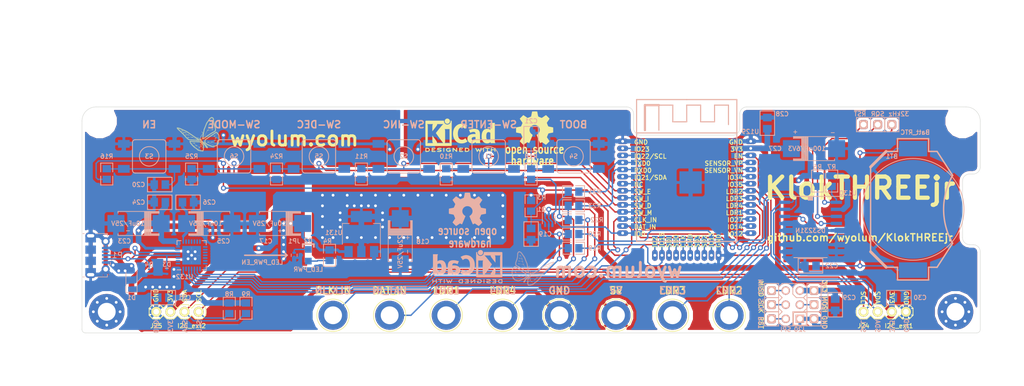
<source format=kicad_pcb>
(kicad_pcb (version 20171130) (host pcbnew no-vcs-found-67ccf76~61~ubuntu16.04.1)
  (title_block (title KlokTHREEjr) (date 2018-01-08) (rev "rev 1") (company www.wyolum.com) (comment 1 https://github.com/wyolum/KlokTHREEjr))
  (layers (0 F.Cu signal) (31 B.Cu signal) (34 B.Paste user) (35 F.Paste user) (36 B.SilkS user) (37 F.SilkS user) (38 B.Mask user) (39 F.Mask user) (44 Edge.Cuts user))
  (net 0 "")
  (net 1 GND)
  (net 2 /5V)
  (net 3 /DAT_IN)
  (net 4 /CLK_IN)
  (net 5 /LDR1)
  (net 6 /LDR2)
  (net 7 /LDR3)
  (net 8 /LDR4)
  (net 9 /rtc_ds3231/BAT)
  (net 10 /3V3)
  (net 11 /EN)
  (net 12 "Net-(C20-Pad1)")
  (net 13 "Net-(C21-Pad1)")
  (net 14 "Net-(D1-Pad1)")
  (net 15 "Net-(D2-Pad1)")
  (net 16 "Net-(D2-Pad2)")
  (net 17 /esp_pwr_uart/USB_D+)
  (net 18 /esp_pwr_uart/USB_D-)
  (net 19 /MISO)
  (net 20 /SCK)
  (net 21 /MOSI)
  (net 22 /RST)
  (net 23 /SCL)
  (net 24 /SDA)
  (net 25 /DTR)
  (net 26 /esp_pwr_uart/RTS)
  (net 27 /IO0)
  (net 28 /rtc_ds3231/SQR)
  (net 29 /rtc_ds3231/32kHz)
  (net 30 /SW_E)
  (net 31 /SW_I)
  (net 32 /IO15)
  (net 33 /esp_pwr_uart/CTS)
  (net 34 /IO13)
  (net 35 /TXD0)
  (net 36 /esp_pwr_uart/RXD)
  (net 37 /esp_pwr_uart/TXD)
  (net 38 "Net-(R22-Pad2)")
  (net 39 /RXD0)
  (net 40 /SW_D)
  (net 41 /SW_M)
  (net 42 /rtc_ds3231/RESET)
  (net 43 /CLK)
  (net 44 /IO2)
  (net 45 /SDI)
  (net 46 /SDO)
  (net 47 /CMD)
  (net 48 /SD3)
  (net 49 /SD2)
  (net 50 /NC)
  (net 51 /IO23)
  (net 52 /IO12)
  (net 53 /IO14)
  (net 54 /IO27)
  (net 55 /IO35)
  (net 56 /IO34)
  (net 57 /SENSOR_VN)
  (net 58 /SENSOR_VP)
  (module k3jr_controller_libs:USB_Micro-B_Molex-105017-0001 (layer B.Cu) (at 52.705 77.47 90)
    (fp_text reference P1 (at 0 4.445 180) (layer B.SilkS) (effects (justify mirror)))
    (fp_text value USB_micro)
    (pad 6 smd rect (at 1 -0.35 90) (size 1.5 1.9) (layers B.Cu B.Paste B.Mask) (net 1 GND))
    (pad 6 thru_hole circle (at -2.5 2.35 90) (size 1.45 1.45) (drill 0.85) (layers *.Cu *.Mask) (net 1 GND))
    (pad 2 smd rect (at -0.65 2.35 90) (size 0.4 1.35) (layers B.Cu B.Paste B.Mask) (net 18 /esp_pwr_uart/USB_D-))
    (pad 1 smd rect (at -1.3 2.35 90) (size 0.4 1.35) (layers B.Cu B.Paste B.Mask) (net 14 "Net-(D1-Pad1)"))
    (pad 5 smd rect (at 1.3 2.35 90) (size 0.4 1.35) (layers B.Cu B.Paste B.Mask) (net 1 GND))
    (pad 4 smd rect (at 0.65 2.35 90) (size 0.4 1.35) (layers B.Cu B.Paste B.Mask))
    (pad 3 smd rect (at 0 2.35 90) (size 0.4 1.35) (layers B.Cu B.Paste B.Mask) (net 17 /esp_pwr_uart/USB_D+))
    (pad 6 thru_hole circle (at 2.5 2.35 90) (size 1.45 1.45) (drill 0.85) (layers *.Cu *.Mask) (net 1 GND))
    (pad 6 smd rect (at -1 -0.35 90) (size 1.5 1.9) (layers B.Cu B.Paste B.Mask) (net 1 GND))
    (pad 6 thru_hole oval (at -3.5 -0.35 270) (size 1.2 1.9) (drill oval 0.6 1.3) (layers *.Cu *.Mask) (net 1 GND))
    (pad 6 thru_hole oval (at 3.5 -0.35 90) (size 1.2 1.9) (drill oval 0.6 1.3) (layers *.Cu *.Mask) (net 1 GND))
    (pad 6 smd rect (at 2.9 -0.35 90) (size 1.2 1.9) (layers B.Cu B.Mask) (net 1 GND))
    (pad 6 smd rect (at -2.9 -0.35 90) (size 1.2 1.9) (layers B.Cu B.Mask) (net 1 GND))
  )
  (module k3jr_controller_libs:MountingHole_3.2mm_M3_Pad_Via (layer F.Cu) (at 55.245 87.63)
    (fp_text reference HB47 hide)
    (fp_text value mtg_hole_3mm)
    (pad 1 thru_hole circle (at 1.697056 -1.697056) (size 0.8 0.8) (drill 0.5) (layers *.Cu *.Mask))
    (pad 1 thru_hole circle (at 0 -2.4) (size 0.8 0.8) (drill 0.5) (layers *.Cu *.Mask))
    (pad 1 thru_hole circle (at -1.697056 -1.697056) (size 0.8 0.8) (drill 0.5) (layers *.Cu *.Mask))
    (pad 1 thru_hole circle (at -2.4 0) (size 0.8 0.8) (drill 0.5) (layers *.Cu *.Mask))
    (pad 1 thru_hole circle (at -1.697056 1.697056) (size 0.8 0.8) (drill 0.5) (layers *.Cu *.Mask))
    (pad 1 thru_hole circle (at 0 2.4) (size 0.8 0.8) (drill 0.5) (layers *.Cu *.Mask))
    (pad 1 thru_hole circle (at 1.697056 1.697056) (size 0.8 0.8) (drill 0.5) (layers *.Cu *.Mask))
    (pad 1 thru_hole circle (at 2.4 0) (size 0.8 0.8) (drill 0.5) (layers *.Cu *.Mask))
    (pad 1 thru_hole circle (at 0 0) (size 6.4 6.4) (drill 3.2) (layers *.Cu *.Mask) (clearance 0.5))
  )
  (module k3jr_controller_libs:SW_SMD (layer B.Cu) (at 78.105 59.69 270)
    (fp_text reference S6 (at 0 0) (layer B.SilkS) (effects (font (size 0.8 0.8)) (justify mirror)))
    (fp_text value SW-MODE (at -5.715 0 180) (layer B.SilkS) (effects (font (size 1.27 1.27) (thickness 0.254)) (justify mirror)))
    (pad 1 smd rect (at -2.25 4.55) (size 2.1 1.4) (layers B.Cu B.Paste B.Mask) (net 2 /5V))
    (pad 3 smd rect (at -2.25 -4.55) (size 2.1 1.4) (layers B.Cu B.Paste B.Mask) (net 2 /5V))
    (pad 4 smd rect (at 2.25 -4.55) (size 2.1 1.4) (layers B.Cu B.Paste B.Mask) (net 41 /SW_M))
    (pad 2 smd rect (at 2.25 4.55) (size 2.1 1.4) (layers B.Cu B.Paste B.Mask) (net 41 /SW_M))
  )
  (module k3jr_controller_libs:1pin (layer F.Cu) (at 126.365 88.265)
    (fp_text reference J6 hide)
    (fp_text value LDR4 hide)
    (pad 1 thru_hole circle (at 0 0) (size 5.2 5.2) (drill 3.2) (layers *.Cu *.Mask) (net 8 /LDR4))
  )
  (module k3jr_controller_libs:1pin (layer F.Cu) (at 156.845 88.265)
    (fp_text reference J5 hide)
    (fp_text value LDR3 hide)
    (pad 1 thru_hole circle (at 0 0) (size 5.2 5.2) (drill 3.2) (layers *.Cu *.Mask) (net 7 /LDR3))
  )
  (module k3jr_controller_libs:1pin (layer F.Cu) (at 167.005 88.265)
    (fp_text reference J4 hide)
    (fp_text value LDR2 hide)
    (pad 1 thru_hole circle (at 0 0) (size 5.2 5.2) (drill 3.2) (layers *.Cu *.Mask) (net 6 /LDR2))
  )
  (module k3jr_controller_libs:c_2917 (layer B.Cu) (at 182.245 58.293 180)
    (fp_text reference C27 (at 6.985 0 180) (layer B.SilkS) (effects (font (size 0.8 0.8)) (justify mirror)))
    (fp_text value 100uF/6V3 (at 1.27 0 180) (layer B.SilkS) (effects (font (size 0.8 0.8)) (justify mirror)))
    (fp_text user + (at 3.3655 3.048 180) (layer B.SilkS) (effects (font (size 0.762 0.762) (thickness 0.127)) (justify mirror)))
    (fp_text user - (at -3.3655 2.921 180) (layer B.SilkS) (effects (font (size 0.762 0.762) (thickness 0.127)) (justify mirror)))
    (pad 2 smd rect (at -4.064 0 180) (size 3.048 3.048) (layers B.Cu B.Paste B.Mask) (net 1 GND))
    (pad 1 smd rect (at 4.064 0 180) (size 3.048 3.048) (layers B.Cu B.Paste B.Mask) (net 10 /3V3))
  )
  (module k3jr_controller_libs:QFN-28-1EP_5x5mm_Pitch0.5mm (layer B.Cu) (at 70.485 77.47)
    (fp_text reference U132 (at -1.27 3.875) (layer B.SilkS) (effects (font (size 0.8 0.8)) (justify mirror)))
    (fp_text value CP2102N-A01-GQFN28)
    (pad 29 thru_hole circle (at 0 0) (size 0.8 0.8) (drill 0.5) (layers *.Cu *.Mask) (net 1 GND))
    (pad 29 thru_hole circle (at -0.635 -0.635) (size 0.8 0.8) (drill 0.5) (layers *.Cu *.Mask) (net 1 GND))
    (pad 29 thru_hole circle (at 0.635 -0.635) (size 0.8 0.8) (drill 0.5) (layers *.Cu *.Mask) (net 1 GND))
    (pad 29 thru_hole circle (at 0.635 0.635) (size 0.8 0.8) (drill 0.5) (layers *.Cu *.Mask) (net 1 GND))
    (pad 29 thru_hole circle (at -0.635 0.635) (size 0.8 0.8) (drill 0.5) (layers *.Cu *.Mask) (net 1 GND))
    (pad 1 smd oval (at -2.45 1.5) (size 0.85 0.3) (layers B.Cu B.Paste B.Mask))
    (pad 2 smd oval (at -2.45 1) (size 0.85 0.3) (layers B.Cu B.Paste B.Mask))
    (pad 3 smd oval (at -2.45 0.5) (size 0.85 0.3) (layers B.Cu B.Paste B.Mask) (net 1 GND))
    (pad 4 smd oval (at -2.45 0) (size 0.85 0.3) (layers B.Cu B.Paste B.Mask) (net 17 /esp_pwr_uart/USB_D+))
    (pad 5 smd oval (at -2.45 -0.5) (size 0.85 0.3) (layers B.Cu B.Paste B.Mask) (net 18 /esp_pwr_uart/USB_D-))
    (pad 6 smd oval (at -2.45 -1) (size 0.85 0.3) (layers B.Cu B.Paste B.Mask) (net 10 /3V3))
    (pad 7 smd oval (at -2.45 -1.5) (size 0.85 0.3) (layers B.Cu B.Paste B.Mask) (net 10 /3V3))
    (pad 8 smd oval (at -1.5 -2.45 270) (size 0.85 0.3) (layers B.Cu B.Paste B.Mask) (net 2 /5V))
    (pad 9 smd oval (at -1 -2.45 270) (size 0.85 0.3) (layers B.Cu B.Paste B.Mask))
    (pad 10 smd oval (at -0.5 -2.45 270) (size 0.85 0.3) (layers B.Cu B.Paste B.Mask))
    (pad 11 smd oval (at 0 -2.45 270) (size 0.85 0.3) (layers B.Cu B.Paste B.Mask))
    (pad 12 smd oval (at 0.5 -2.45 270) (size 0.85 0.3) (layers B.Cu B.Paste B.Mask))
    (pad 13 smd oval (at 1 -2.45 270) (size 0.85 0.3) (layers B.Cu B.Paste B.Mask))
    (pad 14 smd oval (at 1.5 -2.45 270) (size 0.85 0.3) (layers B.Cu B.Paste B.Mask))
    (pad 15 smd oval (at 2.45 -1.5) (size 0.85 0.3) (layers B.Cu B.Paste B.Mask))
    (pad 16 smd oval (at 2.45 -1) (size 0.85 0.3) (layers B.Cu B.Paste B.Mask))
    (pad 17 smd oval (at 2.45 -0.5) (size 0.85 0.3) (layers B.Cu B.Paste B.Mask))
    (pad 18 smd oval (at 2.45 0) (size 0.85 0.3) (layers B.Cu B.Paste B.Mask))
    (pad 19 smd oval (at 2.45 0.5) (size 0.85 0.3) (layers B.Cu B.Paste B.Mask))
    (pad 20 smd oval (at 2.45 1) (size 0.85 0.3) (layers B.Cu B.Paste B.Mask))
    (pad 21 smd oval (at 2.45 1.5) (size 0.85 0.3) (layers B.Cu B.Paste B.Mask))
    (pad 22 smd oval (at 1.5 2.45 270) (size 0.85 0.3) (layers B.Cu B.Paste B.Mask))
    (pad 23 smd oval (at 1 2.45 270) (size 0.85 0.3) (layers B.Cu B.Paste B.Mask) (net 33 /esp_pwr_uart/CTS))
    (pad 24 smd oval (at 0.5 2.45 270) (size 0.85 0.3) (layers B.Cu B.Paste B.Mask) (net 26 /esp_pwr_uart/RTS))
    (pad 25 smd oval (at 0 2.45 270) (size 0.85 0.3) (layers B.Cu B.Paste B.Mask) (net 36 /esp_pwr_uart/RXD))
    (pad 26 smd oval (at -0.5 2.45 270) (size 0.85 0.3) (layers B.Cu B.Paste B.Mask) (net 38 "Net-(R22-Pad2)"))
    (pad 27 smd oval (at -1 2.45 270) (size 0.85 0.3) (layers B.Cu B.Paste B.Mask))
    (pad 28 smd oval (at -1.5 2.45 270) (size 0.85 0.3) (layers B.Cu B.Paste B.Mask) (net 25 /DTR))
    (pad 29 smd rect (at 0.8375 -0.8375) (size 1.675 1.675) (layers B.Cu B.Paste B.Mask) (net 1 GND))
    (pad 29 smd rect (at 0.8375 0.8375) (size 1.675 1.675) (layers B.Cu B.Paste B.Mask) (net 1 GND))
    (pad 29 smd rect (at -0.8375 -0.8375) (size 1.675 1.675) (layers B.Cu B.Paste B.Mask) (net 1 GND))
    (pad 29 smd rect (at -0.8375 0.8375) (size 1.675 1.675) (layers B.Cu B.Paste B.Mask) (net 1 GND))
  )
  (module k3jr_controller_libs:r_0805 (layer B.Cu) (at 70.485 62.865 90)
    (fp_text reference R25 (at 3.175 0 180) (layer B.SilkS) (effects (font (size 0.8 0.8)) (justify mirror)))
    (fp_text value 10k hide)
    (pad 1 smd rect (at 0.9525 0 90) (size 1.30048 1.4986) (layers B.Cu B.Paste B.Mask) (net 41 /SW_M))
    (pad 2 smd rect (at -0.9525 0 90) (size 1.30048 1.4986) (layers B.Cu B.Paste B.Mask) (net 1 GND))
  )
  (module k3jr_controller_libs:r_0805 (layer B.Cu) (at 85.725 62.865 90)
    (fp_text reference R24 (at 3.175 0 180) (layer B.SilkS) (effects (font (size 0.8 0.8)) (justify mirror)))
    (fp_text value 10k hide)
    (pad 1 smd rect (at 0.9525 0 90) (size 1.30048 1.4986) (layers B.Cu B.Paste B.Mask) (net 40 /SW_D))
    (pad 2 smd rect (at -0.9525 0 90) (size 1.30048 1.4986) (layers B.Cu B.Paste B.Mask) (net 1 GND))
  )
  (module k3jr_controller_libs:c_0805 (layer B.Cu) (at 65.405 85.09 90)
    (fp_text reference C31 (at 0 3.81) (layer B.SilkS) (effects (font (size 0.8 0.8)) (justify mirror)))
    (fp_text value 100nF hide)
    (pad 2 smd rect (at 0 -1) (size 1.35 1.55) (layers B.Cu B.Paste B.Mask) (net 1 GND))
    (pad 1 smd rect (at 0 1) (size 1.35 1.55) (layers B.Cu B.Paste B.Mask) (net 10 /3V3))
  )
  (module k3jr_controller_libs:SW_SMD (layer B.Cu) (at 139.065 59.69 90)
    (fp_text reference S4 (at 0 0 180) (layer B.SilkS) (effects (font (size 0.8 0.8)) (justify mirror)))
    (fp_text value BOOT (at 5.715 0) (layer B.SilkS) (effects (font (size 1.27 1.27) (thickness 0.254)) (justify mirror)))
    (pad 1 smd rect (at -2.25 4.55 180) (size 2.1 1.4) (layers B.Cu B.Paste B.Mask) (net 13 "Net-(C21-Pad1)"))
    (pad 3 smd rect (at -2.25 -4.55 180) (size 2.1 1.4) (layers B.Cu B.Paste B.Mask) (net 13 "Net-(C21-Pad1)"))
    (pad 4 smd rect (at 2.25 -4.55 180) (size 2.1 1.4) (layers B.Cu B.Paste B.Mask) (net 1 GND))
    (pad 2 smd rect (at 2.25 4.55 180) (size 2.1 1.4) (layers B.Cu B.Paste B.Mask) (net 1 GND))
  )
  (module k3jr_controller_libs:MountingHole_3.2mm_M3 (layer F.Cu) (at 53.975 53.34)
    (fp_text reference HB45 hide)
    (fp_text value mtg_hole_3mm_small)
    (pad "" np_thru_hole circle (at 0 0) (size 3.2 3.2) (drill 3.2) (layers *.Cu *.Mask) (clearance 1.5))
  )
  (module k3jr_controller_libs:MountingHole_3.2mm_M3 (layer F.Cu) (at 208.915 53.34)
    (fp_text reference HB46 hide)
    (fp_text value mtg_hole_3mm_small)
    (pad "" np_thru_hole circle (at 0 0) (size 3.2 3.2) (drill 3.2) (layers *.Cu *.Mask) (clearance 1.5))
  )
  (module k3jr_controller_libs:D_LLP1006-2L (layer B.Cu) (at 66.04 80.391 90)
    (fp_text reference D3 (at 1.27 0 180) (layer B.SilkS) (effects (font (size 0.8 0.8)) (justify mirror)))
    (fp_text value VESD05A1B)
    (pad 1 smd rect (at -0.375 0 90) (size 0.25 0.5) (layers B.Cu B.Paste B.Mask) (net 1 GND) (clearance 0.1))
    (pad 2 smd rect (at 0.375 0 90) (size 0.25 0.5) (layers B.Cu B.Paste B.Mask) (net 17 /esp_pwr_uart/USB_D+) (clearance 0.1))
  )
  (module k3jr_controller_libs:Logo-WL3 (layer F.Cu) (at 66.675 52.07)
    (fp_text reference G1 hide)
    (fp_text value LOGO_WL hide)
  )
  (module k3jr_controller_libs:c_2917 (layer B.Cu) (at 107.95 74.93 90)
    (fp_text reference C18 (at -0.07 4.05 180) (layer B.SilkS) (effects (font (size 0.8 0.8)) (justify mirror)))
    (fp_text value 22uF/25V (at -1.905 0 90) (layer B.SilkS) (effects (font (size 0.8 0.8)) (justify mirror)))
    (fp_text user + (at 0.635 1.27 90) (layer B.SilkS) (effects (font (size 0.762 0.762) (thickness 0.127)) (justify mirror)))
    (fp_text user - (at -1.905 1.27 90) (layer B.SilkS) (effects (font (size 0.762 0.762) (thickness 0.127)) (justify mirror)))
    (pad 2 smd rect (at -4.064 0 90) (size 3.048 3.048) (layers B.Cu B.Paste B.Mask) (net 1 GND))
    (pad 1 smd rect (at 4.064 0 90) (size 3.048 3.048) (layers B.Cu B.Paste B.Mask) (net 10 /3V3))
  )
  (module k3jr_controller_libs:c_2917 (layer B.Cu) (at 86.36 71.755)
    (fp_text reference C17 (at -2.54 3.175) (layer B.SilkS) (effects (font (size 0.8 0.8)) (justify mirror)))
    (fp_text value 10uF/25V (at -1.905 0) (layer B.SilkS) (effects (font (size 0.8 0.8)) (justify mirror)))
    (fp_text user + (at 0 1.27) (layer B.SilkS) (effects (font (size 0.762 0.762) (thickness 0.127)) (justify mirror)))
    (fp_text user - (at -1.905 1.27) (layer B.SilkS) (effects (font (size 0.762 0.762) (thickness 0.127)) (justify mirror)))
    (pad 2 smd rect (at -4.064 0) (size 3.048 3.048) (layers B.Cu B.Paste B.Mask) (net 1 GND))
    (pad 1 smd rect (at 4.064 0) (size 3.048 3.048) (layers B.Cu B.Paste B.Mask) (net 2 /5V))
  )
  (module k3jr_controller_libs:c_0805 (layer B.Cu) (at 181.61 79.375 90)
    (fp_text reference C22 (at 0 3.81) (layer B.SilkS) (effects (font (size 0.8 0.8)) (justify mirror)))
    (fp_text value 100nF hide)
    (pad 1 smd rect (at 0 1) (size 1.35 1.55) (layers B.Cu B.Paste B.Mask) (net 9 /rtc_ds3231/BAT))
    (pad 2 smd rect (at 0 -1) (size 1.35 1.55) (layers B.Cu B.Paste B.Mask) (net 1 GND))
  )
  (module k3jr_controller_libs:r_0805 (layer B.Cu) (at 100.965 62.865 90)
    (fp_text reference R11 (at 3.175 0 180) (layer B.SilkS) (effects (font (size 0.8 0.8)) (justify mirror)))
    (fp_text value 10k hide)
    (pad 1 smd rect (at 0.9525 0 90) (size 1.30048 1.4986) (layers B.Cu B.Paste B.Mask) (net 31 /SW_I))
    (pad 2 smd rect (at -0.9525 0 90) (size 1.30048 1.4986) (layers B.Cu B.Paste B.Mask) (net 1 GND))
  )
  (module k3jr_controller_libs:r_0805 (layer B.Cu) (at 116.205 62.865 90)
    (fp_text reference R10 (at 3.175 0 180) (layer B.SilkS) (effects (font (size 0.8 0.8)) (justify mirror)))
    (fp_text value 10k hide)
    (pad 1 smd rect (at 0.9525 0 90) (size 1.30048 1.4986) (layers B.Cu B.Paste B.Mask) (net 30 /SW_E))
    (pad 2 smd rect (at -0.9525 0 90) (size 1.30048 1.4986) (layers B.Cu B.Paste B.Mask) (net 1 GND))
  )
  (module k3jr_controller_libs:r_0805 (layer B.Cu) (at 80.25 87 90)
    (fp_text reference R9 (at 2.54 0 180) (layer B.SilkS) (effects (font (size 0.8 0.8)) (justify mirror)))
    (fp_text value 4K7 hide)
    (pad 1 smd rect (at 0.9525 0 90) (size 1.30048 1.4986) (layers B.Cu B.Paste B.Mask) (net 10 /3V3))
    (pad 2 smd rect (at -0.9525 0 90) (size 1.30048 1.4986) (layers B.Cu B.Paste B.Mask) (net 24 /SDA))
  )
  (module k3jr_controller_libs:SOT-223-3_TabPin2 (layer B.Cu) (at 100.965 73.66 90)
    (fp_text reference U131 (at 0.254 -4.953 180) (layer B.SilkS) (effects (font (size 0.8 0.8)) (justify mirror)))
    (fp_text value 1117-33)
    (pad 1 smd rect (at -3.15 2.3 90) (size 2 1.5) (layers B.Cu B.Paste B.Mask) (net 1 GND))
    (pad 3 smd rect (at -3.15 -2.3 90) (size 2 1.5) (layers B.Cu B.Paste B.Mask) (net 2 /5V))
    (pad 2 smd rect (at -3.15 0 90) (size 2 1.5) (layers B.Cu B.Paste B.Mask) (net 10 /3V3))
    (pad 2 smd rect (at 3.15 0 90) (size 2 3.8) (layers B.Cu B.Paste B.Mask) (net 10 /3V3))
  )
  (module k3jr_controller_libs:r_0805 (layer B.Cu) (at 139.065 68.58)
    (fp_text reference R23 (at 3.81 0) (layer B.SilkS) (effects (font (size 0.8 0.8)) (justify mirror)))
    (fp_text value 0R hide)
    (pad 1 smd rect (at 0.9525 0) (size 1.30048 1.4986) (layers B.Cu B.Paste B.Mask) (net 39 /RXD0))
    (pad 2 smd rect (at -0.9525 0) (size 1.30048 1.4986) (layers B.Cu B.Paste B.Mask) (net 37 /esp_pwr_uart/TXD))
  )
  (module k3jr_controller_libs:r_0805 (layer B.Cu) (at 139.065 71.12 180)
    (fp_text reference R22 (at -4.191 0 180) (layer B.SilkS) (effects (font (size 0.8 0.8)) (justify mirror)))
    (fp_text value 470R hide)
    (pad 1 smd rect (at 0.9525 0 180) (size 1.30048 1.4986) (layers B.Cu B.Paste B.Mask) (net 37 /esp_pwr_uart/TXD))
    (pad 2 smd rect (at -0.9525 0 180) (size 1.30048 1.4986) (layers B.Cu B.Paste B.Mask) (net 38 "Net-(R22-Pad2)"))
  )
  (module k3jr_controller_libs:r_0805 (layer B.Cu) (at 139.065 73.66)
    (fp_text reference R20 (at 3.81 0) (layer B.SilkS) (effects (font (size 0.8 0.8)) (justify mirror)))
    (fp_text value "0R NC" hide)
    (pad 1 smd rect (at 0.9525 0) (size 1.30048 1.4986) (layers B.Cu B.Paste B.Mask) (net 34 /IO13))
    (pad 2 smd rect (at -0.9525 0) (size 1.30048 1.4986) (layers B.Cu B.Paste B.Mask) (net 26 /esp_pwr_uart/RTS))
  )
  (module k3jr_controller_libs:r_0805 (layer B.Cu) (at 139.065 76.2)
    (fp_text reference R19 (at 3.81 0) (layer B.SilkS) (effects (font (size 0.8 0.8)) (justify mirror)))
    (fp_text value "0R NC" hide)
    (pad 1 smd rect (at 0.9525 0) (size 1.30048 1.4986) (layers B.Cu B.Paste B.Mask) (net 32 /IO15))
    (pad 2 smd rect (at -0.9525 0) (size 1.30048 1.4986) (layers B.Cu B.Paste B.Mask) (net 33 /esp_pwr_uart/CTS))
  )
  (module k3jr_controller_libs:r_0805 (layer B.Cu) (at 131.445 62.865 270)
    (fp_text reference R18 (at -3.175 0) (layer B.SilkS) (effects (font (size 0.8 0.8)) (justify mirror)))
    (fp_text value 470R hide)
    (pad 1 smd rect (at 0.9525 0 270) (size 1.30048 1.4986) (layers B.Cu B.Paste B.Mask) (net 27 /IO0))
    (pad 2 smd rect (at -0.9525 0 270) (size 1.30048 1.4986) (layers B.Cu B.Paste B.Mask) (net 13 "Net-(C21-Pad1)"))
  )
  (module k3jr_controller_libs:r_0805 (layer B.Cu) (at 55.245 62.865 270)
    (fp_text reference R16 (at -3.175 0) (layer B.SilkS) (effects (font (size 0.8 0.8)) (justify mirror)))
    (fp_text value 470R hide)
    (pad 1 smd rect (at 0.9525 0 270) (size 1.30048 1.4986) (layers B.Cu B.Paste B.Mask) (net 11 /EN))
    (pad 2 smd rect (at -0.9525 0 270) (size 1.30048 1.4986) (layers B.Cu B.Paste B.Mask) (net 12 "Net-(C20-Pad1)"))
  )
  (module k3jr_controller_libs:r_0805 (layer B.Cu) (at 95.25 77.47 90)
    (fp_text reference R4 (at 2.54 -0.381 180) (layer B.SilkS) (effects (font (size 0.8 0.8)) (justify mirror)))
    (fp_text value 1k hide)
    (pad 1 smd rect (at 0.9525 0 90) (size 1.30048 1.4986) (layers B.Cu B.Paste B.Mask) (net 2 /5V))
    (pad 2 smd rect (at -0.9525 0 90) (size 1.30048 1.4986) (layers B.Cu B.Paste B.Mask) (net 15 "Net-(D2-Pad1)"))
  )
  (module k3jr_controller_libs:r_0805 (layer B.Cu) (at 131.445 68.58 90)
    (fp_text reference R3 (at 1.524 1.905 180) (layer B.SilkS) (effects (font (size 0.8 0.8)) (justify mirror)))
    (fp_text value 10k hide)
    (pad 1 smd rect (at 0.9525 0 90) (size 1.30048 1.4986) (layers B.Cu B.Paste B.Mask) (net 10 /3V3))
    (pad 2 smd rect (at -0.9525 0 90) (size 1.30048 1.4986) (layers B.Cu B.Paste B.Mask) (net 11 /EN))
  )
  (module k3jr_controller_libs:SOT-363_SC-70-6 (layer B.Cu) (at 134.62 71.12 270)
    (fp_text reference Q1 (at -1.905 1.27) (layer B.SilkS) (effects (font (size 0.8 0.8)) (justify mirror)))
    (fp_text value DDC114TU)
    (pad 6 smd rect (at 0.95 0.65 270) (size 0.65 0.4) (layers B.Cu B.Paste B.Mask) (net 11 /EN))
    (pad 4 smd rect (at 0.95 -0.65 270) (size 0.65 0.4) (layers B.Cu B.Paste B.Mask) (net 25 /DTR))
    (pad 2 smd rect (at -0.95 0 270) (size 0.65 0.4) (layers B.Cu B.Paste B.Mask) (net 25 /DTR))
    (pad 5 smd rect (at 0.95 0 270) (size 0.65 0.4) (layers B.Cu B.Paste B.Mask) (net 26 /esp_pwr_uart/RTS))
    (pad 3 smd rect (at -0.95 -0.65 270) (size 0.65 0.4) (layers B.Cu B.Paste B.Mask) (net 27 /IO0))
    (pad 1 smd rect (at -0.95 0.65 270) (size 0.65 0.4) (layers B.Cu B.Paste B.Mask) (net 26 /esp_pwr_uart/RTS))
  )
  (module k3jr_controller_libs:c_0805 (layer B.Cu) (at 173.863 53.721)
    (fp_text reference C28 (at 2.667 -1.651) (layer B.SilkS) (effects (font (size 0.8 0.8)) (justify mirror)))
    (fp_text value 1uF/10V hide)
    (pad 1 smd rect (at 0 1 270) (size 1.35 1.55) (layers B.Cu B.Paste B.Mask) (net 10 /3V3))
    (pad 2 smd rect (at 0 -1 270) (size 1.35 1.55) (layers B.Cu B.Paste B.Mask) (net 1 GND))
  )
  (module k3jr_controller_libs:c_0805 (layer B.Cu) (at 69.85 67.945 270)
    (fp_text reference C26 (at 0 -3.81 180) (layer B.SilkS) (effects (font (size 0.8 0.8)) (justify mirror)))
    (fp_text value 100nF hide)
    (pad 1 smd rect (at 0 1 180) (size 1.35 1.55) (layers B.Cu B.Paste B.Mask) (net 2 /5V))
    (pad 2 smd rect (at 0 -1 180) (size 1.35 1.55) (layers B.Cu B.Paste B.Mask) (net 1 GND))
  )
  (module k3jr_controller_libs:SW_SMD (layer B.Cu) (at 93.345 59.69 270)
    (fp_text reference S5 (at 0 0) (layer B.SilkS) (effects (font (size 0.8 0.8)) (justify mirror)))
    (fp_text value SW-DEC (at -5.715 0 180) (layer B.SilkS) (effects (font (size 1.27 1.27) (thickness 0.254)) (justify mirror)))
    (pad 1 smd rect (at -2.25 4.55) (size 2.1 1.4) (layers B.Cu B.Paste B.Mask) (net 2 /5V))
    (pad 3 smd rect (at -2.25 -4.55) (size 2.1 1.4) (layers B.Cu B.Paste B.Mask) (net 2 /5V))
    (pad 4 smd rect (at 2.25 -4.55) (size 2.1 1.4) (layers B.Cu B.Paste B.Mask) (net 40 /SW_D))
    (pad 2 smd rect (at 2.25 4.55) (size 2.1 1.4) (layers B.Cu B.Paste B.Mask) (net 40 /SW_D))
  )
  (module k3jr_controller_libs:c_2917 (layer B.Cu) (at 73.66 71.755 180)
    (fp_text reference C25 (at -2.54 -3.175 180) (layer B.SilkS) (effects (font (size 0.8 0.8)) (justify mirror)))
    (fp_text value 10uF/25V (at 0.635 0 180) (layer B.SilkS) (effects (font (size 0.8 0.8)) (justify mirror)))
    (fp_text user + (at 0 -1.27 180) (layer B.SilkS) (effects (font (size 0.762 0.762) (thickness 0.127)) (justify mirror)))
    (fp_text user - (at -1.27 -1.27 180) (layer B.SilkS) (effects (font (size 0.762 0.762) (thickness 0.127)) (justify mirror)))
    (pad 2 smd rect (at -4.064 0 180) (size 3.048 3.048) (layers B.Cu B.Paste B.Mask) (net 1 GND))
    (pad 1 smd rect (at 4.064 0 180) (size 3.048 3.048) (layers B.Cu B.Paste B.Mask) (net 2 /5V))
  )
  (module k3jr_controller_libs:c_0805 (layer B.Cu) (at 64.77 67.945 90)
    (fp_text reference C24 (at 0 -3.81) (layer B.SilkS) (effects (font (size 0.8 0.8)) (justify mirror)))
    (fp_text value 100nF hide)
    (pad 1 smd rect (at 0 1) (size 1.35 1.55) (layers B.Cu B.Paste B.Mask) (net 10 /3V3))
    (pad 2 smd rect (at 0 -1) (size 1.35 1.55) (layers B.Cu B.Paste B.Mask) (net 1 GND))
  )
  (module k3jr_controller_libs:c_2917 (layer B.Cu) (at 60.96 71.755)
    (fp_text reference C23 (at -2.54 3.175) (layer B.SilkS) (effects (font (size 0.8 0.8)) (justify mirror)))
    (fp_text value 10uF/25V (at -1.905 0) (layer B.SilkS) (effects (font (size 0.8 0.8)) (justify mirror)))
    (fp_text user + (at 0 1.27) (layer B.SilkS) (effects (font (size 0.762 0.762) (thickness 0.127)) (justify mirror)))
    (fp_text user - (at -1.905 1.27) (layer B.SilkS) (effects (font (size 0.762 0.762) (thickness 0.127)) (justify mirror)))
    (pad 2 smd rect (at -4.064 0) (size 3.048 3.048) (layers B.Cu B.Paste B.Mask) (net 1 GND))
    (pad 1 smd rect (at 4.064 0) (size 3.048 3.048) (layers B.Cu B.Paste B.Mask) (net 10 /3V3))
  )
  (module k3jr_controller_libs:c_0805 (layer B.Cu) (at 131.445 56.515)
    (fp_text reference C21 (at 0 -3.175) (layer B.SilkS) (effects (font (size 0.8 0.8)) (justify mirror)))
    (fp_text value 1nF hide)
    (pad 1 smd rect (at 0 1 270) (size 1.35 1.55) (layers B.Cu B.Paste B.Mask) (net 13 "Net-(C21-Pad1)"))
    (pad 2 smd rect (at 0 -1 270) (size 1.35 1.55) (layers B.Cu B.Paste B.Mask) (net 1 GND))
  )
  (module k3jr_controller_libs:c_0805 (layer B.Cu) (at 64.77 64.77 90)
    (fp_text reference C20 (at 0 -3.81) (layer B.SilkS) (effects (font (size 0.8 0.8)) (justify mirror)))
    (fp_text value 1nF hide)
    (pad 1 smd rect (at 0 1) (size 1.35 1.55) (layers B.Cu B.Paste B.Mask) (net 12 "Net-(C20-Pad1)"))
    (pad 2 smd rect (at 0 -1) (size 1.35 1.55) (layers B.Cu B.Paste B.Mask) (net 1 GND))
  )
  (module k3jr_controller_libs:r_0805 (layer B.Cu) (at 77.25 87 90)
    (fp_text reference R8 (at 2.54 0 180) (layer B.SilkS) (effects (font (size 0.8 0.8)) (justify mirror)))
    (fp_text value 4K7 hide)
    (pad 1 smd rect (at 0.9525 0 90) (size 1.30048 1.4986) (layers B.Cu B.Paste B.Mask) (net 10 /3V3))
    (pad 2 smd rect (at -0.9525 0 90) (size 1.30048 1.4986) (layers B.Cu B.Paste B.Mask) (net 23 /SCL))
  )
  (module k3jr_controller_libs:r_0805 (layer B.Cu) (at 185.42 64.135 90)
    (fp_text reference R7 (at 2.54 0 180) (layer B.SilkS) (effects (font (size 0.8 0.8)) (justify mirror)))
    (fp_text value 10k hide)
    (pad 1 smd rect (at 0.9525 0 90) (size 1.30048 1.4986) (layers B.Cu B.Paste B.Mask) (net 10 /3V3))
    (pad 2 smd rect (at -0.9525 0 90) (size 1.30048 1.4986) (layers B.Cu B.Paste B.Mask) (net 29 /rtc_ds3231/32kHz))
  )
  (module k3jr_controller_libs:r_0805 (layer B.Cu) (at 182.88 64.135 90)
    (fp_text reference R6 (at 2.54 0 180) (layer B.SilkS) (effects (font (size 0.8 0.8)) (justify mirror)))
    (fp_text value 10k hide)
    (pad 1 smd rect (at 0.9525 0 90) (size 1.30048 1.4986) (layers B.Cu B.Paste B.Mask) (net 10 /3V3))
    (pad 2 smd rect (at -0.9525 0 90) (size 1.30048 1.4986) (layers B.Cu B.Paste B.Mask) (net 28 /rtc_ds3231/SQR))
  )
  (module k3jr_controller_libs:BreakOutPad (layer B.Cu) (at 191.135 53.975)
    (fp_text reference TP1 hide)
    (fp_text value ~RST (at -0.635 -1.905) (layer B.SilkS) (effects (font (size 0.8 0.8)) (justify mirror)))
    (pad 1 thru_hole roundrect (at 0 0) (size 1.6 1.6) (drill 1.02) (layers *.Cu *.Mask B.SilkS) (net 42 /rtc_ds3231/RESET))
  )
  (module k3jr_controller_libs:SW_SMD (layer B.Cu) (at 108.585 59.69 270)
    (fp_text reference S2 (at 0 0) (layer B.SilkS) (effects (font (size 0.8 0.8)) (justify mirror)))
    (fp_text value SW-INC (at -5.715 0 180) (layer B.SilkS) (effects (font (size 1.27 1.27) (thickness 0.254)) (justify mirror)))
    (pad 1 smd rect (at -2.25 4.55) (size 2.1 1.4) (layers B.Cu B.Paste B.Mask) (net 2 /5V))
    (pad 3 smd rect (at -2.25 -4.55) (size 2.1 1.4) (layers B.Cu B.Paste B.Mask) (net 2 /5V))
    (pad 4 smd rect (at 2.25 -4.55) (size 2.1 1.4) (layers B.Cu B.Paste B.Mask) (net 31 /SW_I))
    (pad 2 smd rect (at 2.25 4.55) (size 2.1 1.4) (layers B.Cu B.Paste B.Mask) (net 31 /SW_I))
  )
  (module k3jr_controller_libs:MountingHole_3.2mm_M3_Pad_Via (layer F.Cu) (at 207.645 87.63)
    (fp_text reference HB48 hide)
    (fp_text value mtg_hole_3mm)
    (pad 1 thru_hole circle (at 1.697056 -1.697056) (size 0.8 0.8) (drill 0.5) (layers *.Cu *.Mask))
    (pad 1 thru_hole circle (at 0 -2.4) (size 0.8 0.8) (drill 0.5) (layers *.Cu *.Mask))
    (pad 1 thru_hole circle (at -1.697056 -1.697056) (size 0.8 0.8) (drill 0.5) (layers *.Cu *.Mask))
    (pad 1 thru_hole circle (at -2.4 0) (size 0.8 0.8) (drill 0.5) (layers *.Cu *.Mask))
    (pad 1 thru_hole circle (at -1.697056 1.697056) (size 0.8 0.8) (drill 0.5) (layers *.Cu *.Mask))
    (pad 1 thru_hole circle (at 0 2.4) (size 0.8 0.8) (drill 0.5) (layers *.Cu *.Mask))
    (pad 1 thru_hole circle (at 1.697056 1.697056) (size 0.8 0.8) (drill 0.5) (layers *.Cu *.Mask))
    (pad 1 thru_hole circle (at 2.4 0) (size 0.8 0.8) (drill 0.5) (layers *.Cu *.Mask))
    (pad 1 thru_hole circle (at 0 0) (size 6.4 6.4) (drill 3.2) (layers *.Cu *.Mask) (clearance 0.5))
  )
  (module k3jr_controller_libs:CR2032_SMD2 (layer B.Cu) (at 200.025 69.215 90)
    (fp_text reference BT1 (at 9.525 -3.81 180) (layer B.SilkS) (effects (font (size 0.8 0.8)) (justify mirror)))
    (fp_text value Batt_RTC (at 13.843 0.381 180) (layer B.SilkS) (effects (font (size 0.8 0.8)) (justify mirror)))
    (pad 1 smd rect (at -10.922 0 90) (size 2.794 5.08) (layers B.Cu B.Paste B.Mask) (net 9 /rtc_ds3231/BAT) (clearance 0.508))
    (pad 1 smd rect (at 10.922 0 90) (size 2.794 5.08) (layers B.Cu B.Paste B.Mask) (net 9 /rtc_ds3231/BAT) (clearance 0.508))
    (pad 2 smd circle (at 0 0 90) (size 17.78 17.78) (layers B.Cu B.Paste B.Mask) (net 1 GND) (clearance 0.508) (thermal_gap 1.016))
  )
  (module k3jr_controller_libs:DS3231 (layer B.Cu) (at 181.61 72.39 270)
    (fp_text reference U130 (at -6.096 -6.731) (layer B.SilkS) (effects (font (size 0.8 0.8)) (justify mirror)))
    (fp_text value DS3231N (at 0.635 0 180) (layer B.SilkS) (effects (font (size 0.8 0.8)) (justify mirror)))
    (pad 16 smd rect (at -4.445 4.65074 270) (size 0.59944 1.99898) (layers B.Cu B.Paste B.Mask) (net 23 /SCL))
    (pad 15 smd rect (at -3.175 4.65074 270) (size 0.59944 1.99898) (layers B.Cu B.Paste B.Mask) (net 24 /SDA))
    (pad 14 smd rect (at -1.905 4.65074 270) (size 0.59944 1.99898) (layers B.Cu B.Paste B.Mask) (net 9 /rtc_ds3231/BAT))
    (pad 13 smd rect (at -0.635 4.65074 270) (size 0.59944 1.99898) (layers B.Cu B.Paste B.Mask) (net 1 GND))
    (pad 12 smd rect (at 0.635 4.65074 270) (size 0.59944 1.99898) (layers B.Cu B.Paste B.Mask) (net 1 GND))
    (pad 11 smd rect (at 1.905 4.65074 270) (size 0.59944 1.99898) (layers B.Cu B.Paste B.Mask) (net 1 GND))
    (pad 10 smd rect (at 3.175 4.65074 270) (size 0.59944 1.99898) (layers B.Cu B.Paste B.Mask) (net 1 GND))
    (pad 9 smd rect (at 4.445 4.65074 270) (size 0.59944 1.99898) (layers B.Cu B.Paste B.Mask) (net 1 GND))
    (pad 8 smd rect (at 4.445 -4.65074 270) (size 0.59944 1.99898) (layers B.Cu B.Paste B.Mask) (net 1 GND))
    (pad 7 smd rect (at 3.175 -4.65074 270) (size 0.59944 1.99898) (layers B.Cu B.Paste B.Mask) (net 1 GND))
    (pad 6 smd rect (at 1.905 -4.65074 270) (size 0.59944 1.99898) (layers B.Cu B.Paste B.Mask) (net 1 GND))
    (pad 5 smd rect (at 0.635 -4.65074 270) (size 0.59944 1.99898) (layers B.Cu B.Paste B.Mask) (net 1 GND))
    (pad 4 smd rect (at -0.635 -4.65074 270) (size 0.59944 1.99898) (layers B.Cu B.Paste B.Mask) (net 42 /rtc_ds3231/RESET))
    (pad 3 smd rect (at -1.905 -4.65074 270) (size 0.59944 1.99898) (layers B.Cu B.Paste B.Mask) (net 28 /rtc_ds3231/SQR))
    (pad 2 smd rect (at -3.175 -4.65074 270) (size 0.59944 1.99898) (layers B.Cu B.Paste B.Mask) (net 10 /3V3))
    (pad 1 smd rect (at -4.445 -4.65074 270) (size 0.59944 1.99898) (layers B.Cu B.Paste B.Mask) (net 29 /rtc_ds3231/32kHz))
  )
  (module k3jr_controller_libs:SW_SMD (layer B.Cu) (at 62.865 59.69 90)
    (fp_text reference S3 (at 0 0 180) (layer B.SilkS) (effects (font (size 0.8 0.8)) (justify mirror)))
    (fp_text value EN (at 5.715 0) (layer B.SilkS) (effects (font (size 1.27 1.27) (thickness 0.254)) (justify mirror)))
    (pad 1 smd rect (at -2.25 4.55 180) (size 2.1 1.4) (layers B.Cu B.Paste B.Mask) (net 12 "Net-(C20-Pad1)"))
    (pad 3 smd rect (at -2.25 -4.55 180) (size 2.1 1.4) (layers B.Cu B.Paste B.Mask) (net 12 "Net-(C20-Pad1)"))
    (pad 4 smd rect (at 2.25 -4.55 180) (size 2.1 1.4) (layers B.Cu B.Paste B.Mask) (net 1 GND))
    (pad 2 smd rect (at 2.25 4.55 180) (size 2.1 1.4) (layers B.Cu B.Paste B.Mask) (net 1 GND))
  )
  (module k3jr_controller_libs:1pin (layer F.Cu) (at 136.525 88.265)
    (fp_text reference J8 hide)
    (fp_text value GND hide)
    (pad 1 thru_hole circle (at 0 0) (size 5.2 5.2) (drill 3.2) (layers *.Cu *.Mask) (net 1 GND))
  )
  (module k3jr_controller_libs:1pin (layer F.Cu) (at 146.685 88.265)
    (fp_text reference J7 hide)
    (fp_text value 5V hide)
    (pad 1 thru_hole circle (at 0 0) (size 5.2 5.2) (drill 3.2) (layers *.Cu *.Mask) (net 2 /5V))
  )
  (module k3jr_controller_libs:BreakOutPad (layer B.Cu) (at 182.245 88.9 90)
    (fp_text reference J23 hide)
    (fp_text value GND (at -0.635 1.905 90) (layer B.SilkS) (effects (font (size 0.8 0.8)) (justify mirror)))
    (pad 1 thru_hole roundrect (at 0 0 90) (size 1.6 1.6) (drill 1.02) (layers *.Cu *.Mask B.SilkS) (net 1 GND))
  )
  (module k3jr_controller_libs:BreakOutPad (layer B.Cu) (at 174.625 88.9 90)
    (fp_text reference J22 hide)
    (fp_text value RST (at -0.635 -1.905 90) (layer B.SilkS) (effects (font (size 0.8 0.8)) (justify mirror)))
    (pad 1 thru_hole roundrect (at 0 0 90) (size 1.6 1.6) (drill 1.02) (layers *.Cu *.Mask B.SilkS) (net 22 /RST))
  )
  (module k3jr_controller_libs:BreakOutPad (layer B.Cu) (at 182.245 86.36 90)
    (fp_text reference J21 hide)
    (fp_text value MOSI (at 0 1.905 90) (layer B.SilkS) (effects (font (size 0.8 0.8)) (justify mirror)))
    (pad 1 thru_hole roundrect (at 0 0 90) (size 1.6 1.6) (drill 1.02) (layers *.Cu *.Mask B.SilkS) (net 21 /MOSI))
  )
  (module k3jr_controller_libs:Header_ISP (layer B.Cu) (at 178.435 86.36 90)
    (fp_text reference J20 (at -4.445 1.27 180) (layer B.SilkS) (effects (font (size 0.8 0.8)) (justify mirror)))
    (fp_text value SPI (at -4.445 -1.27 180) (layer B.SilkS) (effects (font (size 0.8 0.8)) (justify mirror)))
    (pad 2 thru_hole circle (at 2.54 1.27 90) (size 1.524 1.524) (drill 1.016) (layers *.Cu *.Mask B.SilkS) (net 10 /3V3))
    (pad 1 thru_hole circle (at 2.54 -1.27 90) (size 1.524 1.524) (drill 1.016) (layers *.Cu *.Mask B.SilkS) (net 19 /MISO))
    (pad 4 thru_hole circle (at 0 1.27 90) (size 1.524 1.524) (drill 1.016) (layers *.Cu *.Mask B.SilkS) (net 21 /MOSI))
    (pad 3 thru_hole circle (at 0 -1.27 90) (size 1.524 1.524) (drill 1.016) (layers *.Cu *.Mask B.SilkS) (net 20 /SCK))
    (pad 6 thru_hole rect (at -2.54 1.27 90) (size 1.524 1.524) (drill 1.016) (layers *.Cu *.Mask B.SilkS) (net 1 GND))
    (pad 5 thru_hole circle (at -2.54 -1.27 90) (size 1.524 1.524) (drill 1.016) (layers *.Cu *.Mask B.SilkS) (net 22 /RST))
  )
  (module k3jr_controller_libs:BreakOutPad (layer B.Cu) (at 174.625 86.36 90)
    (fp_text reference J19 hide)
    (fp_text value SCK (at 0 -1.905 90) (layer B.SilkS) (effects (font (size 0.8 0.8)) (justify mirror)))
    (pad 1 thru_hole roundrect (at 0 0 90) (size 1.6 1.6) (drill 1.02) (layers *.Cu *.Mask B.SilkS) (net 20 /SCK))
  )
  (module k3jr_controller_libs:BreakOutPad (layer B.Cu) (at 182.245 83.82 90)
    (fp_text reference J18 hide)
    (fp_text value 3V3 (at 0.635 1.905 90) (layer B.SilkS) (effects (font (size 0.8 0.8)) (justify mirror)))
    (pad 1 thru_hole roundrect (at 0 0 90) (size 1.6 1.6) (drill 1.02) (layers *.Cu *.Mask B.SilkS) (net 10 /3V3))
  )
  (module k3jr_controller_libs:BreakOutPad (layer B.Cu) (at 174.625 83.82 90)
    (fp_text reference J17 hide)
    (fp_text value MISO (at 0.635 -1.905 90) (layer B.SilkS) (effects (font (size 0.8 0.8)) (justify mirror)))
    (pad 1 thru_hole roundrect (at 0 0 90) (size 1.6 1.6) (drill 1.02) (layers *.Cu *.Mask B.SilkS) (net 19 /MISO))
  )
  (module k3jr_controller_libs:c_0805 (layer B.Cu) (at 186.055 86.36 180)
    (fp_text reference C29 (at -2.54 1.27 180) (layer B.SilkS) (effects (font (size 0.8 0.8)) (justify mirror)))
    (fp_text value 100nF hide)
    (pad 2 smd rect (at 0 -1 90) (size 1.35 1.55) (layers B.Cu B.Paste B.Mask) (net 1 GND))
    (pad 1 smd rect (at 0 1 90) (size 1.35 1.55) (layers B.Cu B.Paste B.Mask) (net 10 /3V3))
  )
  (module k3jr_controller_libs:BreakOutPad (layer B.Cu) (at 196.215 53.975)
    (fp_text reference TP3 hide)
    (fp_text value 32kHz (at 1.27 -1.905) (layer B.SilkS) (effects (font (size 0.8 0.8)) (justify mirror)))
    (pad 1 thru_hole roundrect (at 0 0) (size 1.6 1.6) (drill 1.02) (layers *.Cu *.Mask B.SilkS) (net 29 /rtc_ds3231/32kHz))
  )
  (module k3jr_controller_libs:BreakOutPad (layer B.Cu) (at 193.675 53.975)
    (fp_text reference TP2 hide)
    (fp_text value SQR (at 0 -1.905) (layer B.SilkS) (effects (font (size 0.8 0.8)) (justify mirror)))
    (pad 1 thru_hole roundrect (at 0 0) (size 1.6 1.6) (drill 1.02) (layers *.Cu *.Mask B.SilkS) (net 28 /rtc_ds3231/SQR))
  )
  (module k3jr_controller_libs:Header_4x1 (layer F.Cu) (at 67.945 87.63 180)
    (fp_text reference J25 (at 3.81 -2.54 180) (layer F.SilkS) (effects (font (size 0.8 0.8))))
    (fp_text value I2C_ext2 (at -2.54 -2.54 180) (layer F.SilkS) (effects (font (size 0.8 0.8))))
    (pad 4 thru_hole circle (at 3.81 0 180) (size 1.8 1.8) (drill 1.02) (layers *.Cu *.Mask F.SilkS) (net 1 GND))
    (pad 3 thru_hole circle (at 1.27 0 180) (size 1.8 1.8) (drill 1.02) (layers *.Cu *.Mask F.SilkS) (net 10 /3V3))
    (pad 2 thru_hole circle (at -1.27 0 180) (size 1.8 1.8) (drill 1.02) (layers *.Cu *.Mask F.SilkS) (net 24 /SDA))
    (pad 1 thru_hole circle (at -3.81 0 180) (size 1.8 1.8) (drill 1.02) (layers *.Cu *.Mask F.SilkS) (net 23 /SCL))
  )
  (module k3jr_controller_libs:Header_4x1 (layer F.Cu) (at 194.945 87.63)
    (fp_text reference J24 (at -3.81 2.54) (layer F.SilkS) (effects (font (size 0.8 0.8))))
    (fp_text value I2C_ext1 (at 2.54 2.54) (layer F.SilkS) (effects (font (size 0.8 0.8))))
    (pad 1 thru_hole circle (at -3.81 0) (size 1.8 1.8) (drill 1.02) (layers *.Cu *.Mask F.SilkS) (net 23 /SCL))
    (pad 2 thru_hole circle (at -1.27 0) (size 1.8 1.8) (drill 1.02) (layers *.Cu *.Mask F.SilkS) (net 24 /SDA))
    (pad 3 thru_hole circle (at 1.27 0) (size 1.8 1.8) (drill 1.02) (layers *.Cu *.Mask F.SilkS) (net 10 /3V3))
    (pad 4 thru_hole circle (at 3.81 0) (size 1.8 1.8) (drill 1.02) (layers *.Cu *.Mask F.SilkS) (net 1 GND))
  )
  (module k3jr_controller_libs:c_0805 (layer B.Cu) (at 197.485 85.09 270)
    (fp_text reference C30 (at 0 -3.81 180) (layer B.SilkS) (effects (font (size 0.8 0.8)) (justify mirror)))
    (fp_text value 100nF hide)
    (pad 1 smd rect (at 0 1 180) (size 1.35 1.55) (layers B.Cu B.Paste B.Mask) (net 10 /3V3))
    (pad 2 smd rect (at 0 -1 180) (size 1.35 1.55) (layers B.Cu B.Paste B.Mask) (net 1 GND))
  )
  (module k3jr_controller_libs:OSHW_6mm (layer F.Cu) (at 132.08 54.61)
    (fp_text reference G3 hide)
    (fp_text value OSHW hide)
  )
  (module k3jr_controller_libs:KiCad-Logo2_6mm_SilkScreen (layer F.Cu) (at 118.745 55.88)
    (fp_text reference G2 hide)
    (fp_text value KiCad hide)
  )
  (module k3jr_controller_libs:D_SOD-123 (layer B.Cu) (at 59.69 81.915 90)
    (fp_text reference D1 (at -3.175 0 180) (layer B.SilkS) (effects (font (size 0.8 0.8)) (justify mirror)))
    (fp_text value 1N5819)
    (pad 1 smd rect (at 1.65 0 90) (size 0.9 1.2) (layers B.Cu B.Paste B.Mask) (net 14 "Net-(D1-Pad1)"))
    (pad 2 smd rect (at -1.65 0 90) (size 0.9 1.2) (layers B.Cu B.Paste B.Mask) (net 2 /5V))
  )
  (module k3jr_controller_libs:D_LLP1006-2L (layer B.Cu) (at 62.865 80.391 90)
    (fp_text reference D4 (at 1.27 0 180) (layer B.SilkS) (effects (font (size 0.8 0.8)) (justify mirror)))
    (fp_text value VESD05A1B)
    (pad 1 smd rect (at -0.375 0 90) (size 0.25 0.5) (layers B.Cu B.Paste B.Mask) (net 1 GND) (clearance 0.1))
    (pad 2 smd rect (at 0.375 0 90) (size 0.25 0.5) (layers B.Cu B.Paste B.Mask) (net 18 /esp_pwr_uart/USB_D-) (clearance 0.1))
  )
  (module k3jr_controller_libs:1pin (layer F.Cu) (at 106.045 88.265)
    (fp_text reference J2 hide)
    (fp_text value DAT_IN hide)
    (pad 1 thru_hole circle (at 0 0) (size 5.2 5.2) (drill 3.2) (layers *.Cu *.Mask) (net 3 /DAT_IN))
  )
  (module k3jr_controller_libs:1pin (layer F.Cu) (at 95.885 88.265)
    (fp_text reference J1 hide)
    (fp_text value CLK_IN hide)
    (pad 1 thru_hole circle (at 0 0) (size 5.2 5.2) (drill 3.2) (layers *.Cu *.Mask) (net 4 /CLK_IN))
  )
  (module k3jr_controller_libs:R_0402 (layer B.Cu) (at 88.9 77.47 90)
    (fp_text reference JP1 (at 2.54 0 180) (layer B.SilkS) (effects (font (size 0.8 0.8)) (justify mirror)))
    (fp_text value LED_PWR_EN (at -1.27 -5.715 180) (layer B.SilkS) (effects (font (size 0.8 0.8)) (justify mirror)))
    (pad 1 smd rect (at -0.45 0 90) (size 0.4 0.6) (layers B.Cu B.Paste B.Mask) (net 1 GND))
    (pad 2 smd rect (at 0.45 0 90) (size 0.4 0.6) (layers B.Cu B.Paste B.Mask) (net 16 "Net-(D2-Pad2)"))
  )
  (module k3jr_controller_libs:esp_wroom_32 (layer B.Cu) (at 159.385 62.23 180)
    (fp_text reference U129 (at -11.43 6.985 180) (layer B.SilkS) (effects (font (size 0.8 0.8)) (justify mirror)))
    (fp_text value ESP-wroom-32)
    (pad 20 thru_hole oval (at 0.635 -15.25 90) (size 2 1) (drill 0.5) (layers *.Cu *.Mask) (net 43 /CLK))
    (pad 24 thru_hole oval (at 5.715 -15.25 90) (size 2 1) (drill 0.5) (layers *.Cu *.Mask) (net 44 /IO2))
    (pad 23 thru_hole oval (at 4.445 -15.25 90) (size 2 1) (drill 0.5) (layers *.Cu *.Mask) (net 32 /IO15))
    (pad 22 thru_hole oval (at 3.175 -15.25 90) (size 2 1) (drill 0.5) (layers *.Cu *.Mask) (net 45 /SDI))
    (pad 21 thru_hole oval (at 1.905 -15.25 90) (size 2 1) (drill 0.5) (layers *.Cu *.Mask) (net 46 /SDO))
    (pad 19 thru_hole oval (at -0.635 -15.25 90) (size 2 1) (drill 0.5) (layers *.Cu *.Mask) (net 47 /CMD))
    (pad 18 thru_hole oval (at -1.905 -15.25 90) (size 2 1) (drill 0.5) (layers *.Cu *.Mask) (net 48 /SD3))
    (pad 17 thru_hole oval (at -3.175 -15.25 90) (size 2 1) (drill 0.5) (layers *.Cu *.Mask) (net 49 /SD2))
    (pad 16 thru_hole oval (at -4.445 -15.25 90) (size 2 1) (drill 0.5) (layers *.Cu *.Mask) (net 34 /IO13))
    (pad 15 thru_hole oval (at -5.715 -15.25 90) (size 2 1) (drill 0.5) (layers *.Cu *.Mask) (net 1 GND))
    (pad 36 thru_hole oval (at 11.5 2.71 180) (size 2 1) (drill 0.5) (layers *.Cu *.Mask) (net 23 /SCL))
    (pad 27 thru_hole oval (at 11.5 -8.72 180) (size 2 1) (drill 0.5) (layers *.Cu *.Mask) (net 4 /CLK_IN))
    (pad 34 thru_hole oval (at 11.5 0.17 180) (size 2 1) (drill 0.5) (layers *.Cu *.Mask) (net 39 /RXD0))
    (pad 32 thru_hole oval (at 11.5 -2.37 180) (size 2 1) (drill 0.5) (layers *.Cu *.Mask) (net 50 /NC))
    (pad 31 thru_hole oval (at 11.5 -3.64 180) (size 2 1) (drill 0.5) (layers *.Cu *.Mask) (net 30 /SW_E))
    (pad 26 thru_hole oval (at 11.5 -9.99 180) (size 2 1) (drill 0.5) (layers *.Cu *.Mask) (net 3 /DAT_IN))
    (pad 25 thru_hole oval (at 11.5 -11.26 180) (size 2 1) (drill 0.5) (layers *.Cu *.Mask) (net 27 /IO0))
    (pad 33 thru_hole oval (at 11.5 -1.1 180) (size 2 1) (drill 0.5) (layers *.Cu *.Mask) (net 24 /SDA))
    (pad 28 thru_hole oval (at 11.5 -7.45 180) (size 2 1) (drill 0.5) (layers *.Cu *.Mask) (net 41 /SW_M))
    (pad 38 thru_hole oval (at 11.5 5.25 180) (size 2 1) (drill 0.5) (layers *.Cu *.Mask) (net 1 GND))
    (pad 35 thru_hole oval (at 11.5 1.44 180) (size 2 1) (drill 0.5) (layers *.Cu *.Mask) (net 35 /TXD0))
    (pad 29 thru_hole oval (at 11.5 -6.18 180) (size 2 1) (drill 0.5) (layers *.Cu *.Mask) (net 40 /SW_D))
    (pad 30 thru_hole oval (at 11.5 -4.91 180) (size 2 1) (drill 0.5) (layers *.Cu *.Mask) (net 31 /SW_I))
    (pad 37 thru_hole oval (at 11.5 3.98 180) (size 2 1) (drill 0.5) (layers *.Cu *.Mask) (net 51 /IO23))
    (pad 14 thru_hole oval (at -11.5 -11.26 180) (size 2 1) (drill 0.5) (layers *.Cu *.Mask) (net 52 /IO12))
    (pad 13 thru_hole oval (at -11.5 -9.99 180) (size 2 1) (drill 0.5) (layers *.Cu *.Mask) (net 53 /IO14))
    (pad 12 thru_hole oval (at -11.5 -8.72 180) (size 2 1) (drill 0.5) (layers *.Cu *.Mask) (net 54 /IO27))
    (pad 11 thru_hole oval (at -11.5 -7.45 180) (size 2 1) (drill 0.5) (layers *.Cu *.Mask) (net 5 /LDR1))
    (pad 10 thru_hole oval (at -11.5 -6.18 180) (size 2 1) (drill 0.5) (layers *.Cu *.Mask) (net 8 /LDR4))
    (pad 9 thru_hole oval (at -11.5 -4.91 180) (size 2 1) (drill 0.5) (layers *.Cu *.Mask) (net 7 /LDR3))
    (pad 8 thru_hole oval (at -11.5 -3.64 180) (size 2 1) (drill 0.5) (layers *.Cu *.Mask) (net 6 /LDR2))
    (pad 7 thru_hole oval (at -11.5 -2.37 180) (size 2 1) (drill 0.5) (layers *.Cu *.Mask) (net 55 /IO35))
    (pad 6 thru_hole oval (at -11.5 -1.1 180) (size 2 1) (drill 0.5) (layers *.Cu *.Mask) (net 56 /IO34))
    (pad 5 thru_hole oval (at -11.5 0.17 180) (size 2 1) (drill 0.5) (layers *.Cu *.Mask) (net 57 /SENSOR_VN))
    (pad 4 thru_hole oval (at -11.5 1.44 180) (size 2 1) (drill 0.5) (layers *.Cu *.Mask) (net 58 /SENSOR_VP))
    (pad 3 thru_hole oval (at -11.5 2.71 180) (size 2 1) (drill 0.5) (layers *.Cu *.Mask) (net 11 /EN))
    (pad 2 thru_hole oval (at -11.5 3.98 180) (size 2 1) (drill 0.5) (layers *.Cu *.Mask) (net 10 /3V3))
    (pad 1 thru_hole oval (at -11.5 5.25 180) (size 2 1) (drill 0.5) (layers *.Cu *.Mask) (net 1 GND))
    (pad 39 smd rect (at -0.7 -2.15 90) (size 4 4) (layers B.Cu B.Paste B.Mask) (net 1 GND))
    (pad 38 smd rect (at 9 5.25 180) (size 2 1) (layers B.Cu B.Paste B.Mask) (net 1 GND))
    (pad 37 smd rect (at 9 3.98 180) (size 2 1) (layers B.Cu B.Paste B.Mask) (net 51 /IO23))
    (pad 36 smd rect (at 9 2.71 180) (size 2 1) (layers B.Cu B.Paste B.Mask) (net 23 /SCL))
    (pad 35 smd rect (at 9 1.44 180) (size 2 1) (layers B.Cu B.Paste B.Mask) (net 35 /TXD0))
    (pad 34 smd rect (at 9 0.17 180) (size 2 1) (layers B.Cu B.Paste B.Mask) (net 39 /RXD0))
    (pad 33 smd rect (at 9 -1.1 180) (size 2 1) (layers B.Cu B.Paste B.Mask) (net 24 /SDA))
    (pad 32 smd rect (at 9 -2.37 180) (size 2 1) (layers B.Cu B.Paste B.Mask) (net 50 /NC))
    (pad 31 smd rect (at 9 -3.64 180) (size 2 1) (layers B.Cu B.Paste B.Mask) (net 30 /SW_E))
    (pad 30 smd rect (at 9 -4.91 180) (size 2 1) (layers B.Cu B.Paste B.Mask) (net 31 /SW_I))
    (pad 29 smd rect (at 9 -6.18 180) (size 2 1) (layers B.Cu B.Paste B.Mask) (net 40 /SW_D))
    (pad 28 smd rect (at 9 -7.45 180) (size 2 1) (layers B.Cu B.Paste B.Mask) (net 41 /SW_M))
    (pad 27 smd rect (at 9 -8.72 180) (size 2 1) (layers B.Cu B.Paste B.Mask) (net 4 /CLK_IN))
    (pad 26 smd rect (at 9 -9.99 180) (size 2 1) (layers B.Cu B.Paste B.Mask) (net 3 /DAT_IN))
    (pad 25 smd rect (at 9 -11.26 180) (size 2 1) (layers B.Cu B.Paste B.Mask) (net 27 /IO0))
    (pad 24 smd rect (at 5.715 -12.75 90) (size 2 1) (layers B.Cu B.Paste B.Mask) (net 44 /IO2))
    (pad 23 smd rect (at 4.445 -12.75 90) (size 2 1) (layers B.Cu B.Paste B.Mask) (net 32 /IO15))
    (pad 22 smd rect (at 3.175 -12.75 90) (size 2 1) (layers B.Cu B.Paste B.Mask) (net 45 /SDI))
    (pad 21 smd rect (at 1.905 -12.75 90) (size 2 1) (layers B.Cu B.Paste B.Mask) (net 46 /SDO))
    (pad 20 smd rect (at 0.635 -12.75 90) (size 2 1) (layers B.Cu B.Paste B.Mask) (net 43 /CLK))
    (pad 19 smd rect (at -0.635 -12.75 90) (size 2 1) (layers B.Cu B.Paste B.Mask) (net 47 /CMD))
    (pad 18 smd rect (at -1.905 -12.75 90) (size 2 1) (layers B.Cu B.Paste B.Mask) (net 48 /SD3))
    (pad 17 smd rect (at -3.175 -12.75 90) (size 2 1) (layers B.Cu B.Paste B.Mask) (net 49 /SD2))
    (pad 16 smd rect (at -4.445 -12.75 90) (size 2 1) (layers B.Cu B.Paste B.Mask) (net 34 /IO13))
    (pad 15 smd rect (at -5.715 -12.75 90) (size 2 1) (layers B.Cu B.Paste B.Mask) (net 1 GND))
    (pad 14 smd rect (at -9 -11.26 180) (size 2 1) (layers B.Cu B.Paste B.Mask) (net 52 /IO12))
    (pad 13 smd rect (at -9 -9.99 180) (size 2 1) (layers B.Cu B.Paste B.Mask) (net 53 /IO14))
    (pad 12 smd rect (at -9 -8.72 180) (size 2 1) (layers B.Cu B.Paste B.Mask) (net 54 /IO27))
    (pad 11 smd rect (at -9 -7.45 180) (size 2 1) (layers B.Cu B.Paste B.Mask) (net 5 /LDR1))
    (pad 10 smd rect (at -9 -6.18 180) (size 2 1) (layers B.Cu B.Paste B.Mask) (net 8 /LDR4))
    (pad 9 smd rect (at -9 -4.91 180) (size 2 1) (layers B.Cu B.Paste B.Mask) (net 7 /LDR3))
    (pad 8 smd rect (at -9 -3.64 180) (size 2 1) (layers B.Cu B.Paste B.Mask) (net 6 /LDR2))
    (pad 7 smd rect (at -9 -2.37 180) (size 2 1) (layers B.Cu B.Paste B.Mask) (net 55 /IO35))
    (pad 6 smd rect (at -9 -1.1 180) (size 2 1) (layers B.Cu B.Paste B.Mask) (net 56 /IO34))
    (pad 5 smd rect (at -9 0.17 180) (size 2 1) (layers B.Cu B.Paste B.Mask) (net 57 /SENSOR_VN))
    (pad 4 smd rect (at -9 1.44 180) (size 2 1) (layers B.Cu B.Paste B.Mask) (net 58 /SENSOR_VP))
    (pad 3 smd rect (at -9 2.71 180) (size 2 1) (layers B.Cu B.Paste B.Mask) (net 11 /EN))
    (pad 2 smd rect (at -9 3.98 180) (size 2 1) (layers B.Cu B.Paste B.Mask) (net 10 /3V3))
    (pad 1 smd rect (at -9 5.25 180) (size 2 1) (layers B.Cu B.Paste B.Mask) (net 1 GND))
  )
  (module k3jr_controller_libs:r_0805 (layer B.Cu) (at 139.065 66.04)
    (fp_text reference R21 (at 3.81 0) (layer B.SilkS) (effects (font (size 0.8 0.8)) (justify mirror)))
    (fp_text value 0R hide)
    (pad 1 smd rect (at 0.9525 0) (size 1.30048 1.4986) (layers B.Cu B.Paste B.Mask) (net 35 /TXD0))
    (pad 2 smd rect (at -0.9525 0) (size 1.30048 1.4986) (layers B.Cu B.Paste B.Mask) (net 36 /esp_pwr_uart/RXD))
  )
  (module k3jr_controller_libs:c_0805 (layer B.Cu) (at 131.445 73.66 180)
    (fp_text reference C19 (at -2.54 0 180) (layer B.SilkS) (effects (font (size 0.8 0.8)) (justify mirror)))
    (fp_text value 1nF hide)
    (pad 1 smd rect (at 0 1 90) (size 1.35 1.55) (layers B.Cu B.Paste B.Mask) (net 11 /EN))
    (pad 2 smd rect (at 0 -1 90) (size 1.35 1.55) (layers B.Cu B.Paste B.Mask) (net 1 GND))
  )
  (module k3jr_controller_libs:SW_SMD (layer B.Cu) (at 123.825 59.69 270)
    (fp_text reference S1 (at 0 0) (layer B.SilkS) (effects (font (size 0.8 0.8)) (justify mirror)))
    (fp_text value SW-ENTER (at -5.715 0 180) (layer B.SilkS) (effects (font (size 1.27 1.27) (thickness 0.254)) (justify mirror)))
    (pad 1 smd rect (at -2.25 4.55) (size 2.1 1.4) (layers B.Cu B.Paste B.Mask) (net 2 /5V))
    (pad 3 smd rect (at -2.25 -4.55) (size 2.1 1.4) (layers B.Cu B.Paste B.Mask) (net 2 /5V))
    (pad 4 smd rect (at 2.25 -4.55) (size 2.1 1.4) (layers B.Cu B.Paste B.Mask) (net 30 /SW_E))
    (pad 2 smd rect (at 2.25 4.55) (size 2.1 1.4) (layers B.Cu B.Paste B.Mask) (net 30 /SW_E))
  )
  (module k3jr_controller_libs:LED-0805 (layer B.Cu) (at 91.44 77.47 90)
    (fp_text reference D2 (at 2.667 0 180) (layer B.SilkS) (effects (font (size 0.8 0.8)) (justify mirror)))
    (fp_text value LED_PWR (at -2.54 0 180) (layer B.SilkS) (effects (font (size 0.8 0.8)) (justify mirror)))
    (pad 1 smd rect (at -1.04902 0 90) (size 1.19888 1.19888) (layers B.Cu B.Paste B.Mask) (net 15 "Net-(D2-Pad1)"))
    (pad 2 smd rect (at 1.04902 0 90) (size 1.19888 1.19888) (layers B.Cu B.Paste B.Mask) (net 16 "Net-(D2-Pad2)"))
  )
  (module k3jr_controller_libs:1pin (layer F.Cu) (at 116.205 88.265)
    (fp_text reference J3 hide)
    (fp_text value LDR1 hide)
    (pad 1 thru_hole circle (at 0 0) (size 5.2 5.2) (drill 3.2) (layers *.Cu *.Mask) (net 5 /LDR1))
  )
  (module k3jr_controller_libs:Logo-WL3 (layer B.Cu) (at 136.779 76.2 180)
    (fp_text reference G4 hide)
    (fp_text value LOGO_WL hide)
  )
  (module k3jr_controller_libs:KiCad-Logo2_6mm_SilkScreen (layer B.Cu) (at 120.015 79.502 180)
    (fp_text reference G5 hide)
    (fp_text value KiCad hide)
  )
  (module k3jr_controller_libs:OSHW_6mm (layer B.Cu) (at 120.015 69.215 180)
    (fp_text reference G6 hide)
    (fp_text value OSHW hide)
  )
  (gr_text hardware (at 120.4976 75.2602) (layer B.SilkS) (effects (font (size 1.524 1.143) (thickness 0.254)) (justify mirror)))
  (gr_text "open source\n" (at 120.015 73.025) (layer B.SilkS) (effects (font (size 1.524 1.143) (thickness 0.254)) (justify mirror)))
  (gr_text wyolum.com (at 147.066 80.137) (layer B.SilkS) (effects (font (size 2.54 2.54) (thickness 0.508)) (justify mirror)))
  (gr_arc (start 211.455 90.805) (end 211.455 91.44) (angle -90) (layer Edge.Cuts) (width 0.0762))
  (gr_arc (start 51.435 90.805) (end 50.8 90.805) (angle -90) (layer Edge.Cuts) (width 0.0762))
  (gr_line (start 50.8 90.805) (end 50.8 53.34) (layer Edge.Cuts) (width 0.0762))
  (gr_line (start 53.34 50.8) (end 148.59 50.8) (layer Edge.Cuts) (width 0.0762))
  (gr_line (start 212.09 76.835) (end 212.09 90.805) (layer Edge.Cuts) (width 0.0762))
  (gr_arc (start 53.34 53.34) (end 53.34 50.8) (angle -90) (layer Edge.Cuts) (width 0.0762))
  (gr_arc (start 209.55 53.34) (end 212.09 53.34) (angle -90) (layer Edge.Cuts) (width 0.0762))
  (gr_line (start 168.91 91.44) (end 168.91 91.44) (layer Edge.Cuts) (width 0.0762))
  (gr_arc (start 148.59 52.07) (end 149.86 52.07) (angle -90) (layer Edge.Cuts) (width 0.0762))
  (gr_arc (start 151.13 54.61) (end 149.86 54.61) (angle -90) (layer Edge.Cuts) (width 0.0762))
  (gr_arc (start 167.64 54.61) (end 167.64 55.88) (angle -90) (layer Edge.Cuts) (width 0.0762))
  (gr_arc (start 170.18 52.07) (end 170.18 50.8) (angle -90) (layer Edge.Cuts) (width 0.0762))
  (gr_line (start 168.91 52.07) (end 168.91 54.61) (layer Edge.Cuts) (width 0.0762))
  (gr_line (start 151.13 55.88) (end 167.64 55.88) (layer Edge.Cuts) (width 0.0762))
  (gr_line (start 149.86 52.07) (end 149.86 54.61) (layer Edge.Cuts) (width 0.0762))
  (gr_line (start 170.18 50.8) (end 209.55 50.8) (layer Edge.Cuts) (width 0.0762))
  (gr_line (start 209.55 50.8) (end 209.55 50.8) (layer Edge.Cuts) (width 0.0762))
  (gr_arc (start 210.82 61.595) (end 210.82 62.865) (angle -90) (layer Edge.Cuts) (width 0.0762))
  (gr_arc (start 210.82 76.835) (end 212.09 76.835) (angle -90) (layer Edge.Cuts) (width 0.0762))
  (gr_arc (start 210.185 74.295) (end 208.915 74.295) (angle -90) (layer Edge.Cuts) (width 0.0762))
  (gr_arc (start 210.185 64.135) (end 210.185 62.865) (angle -90) (layer Edge.Cuts) (width 0.0762))
  (gr_line (start 210.82 62.865) (end 210.185 62.865) (layer Edge.Cuts) (width 0.0762))
  (gr_line (start 208.915 74.295) (end 208.915 64.135) (layer Edge.Cuts) (width 0.0762))
  (gr_line (start 210.82 75.565) (end 210.185 75.565) (layer Edge.Cuts) (width 0.0762))
  (gr_line (start 212.09 53.34) (end 212.09 61.595) (layer Edge.Cuts) (width 0.0762))
  (gr_text CLK_IN (at 95.885 83.82) (layer B.SilkS) (effects (font (size 1.27 1.27) (thickness 0.254)) (justify mirror)))
  (gr_text DAT_IN (at 106.045 83.82) (layer B.SilkS) (effects (font (size 1.27 1.27) (thickness 0.254)) (justify mirror)))
  (gr_text LDR1 (at 116.205 83.82) (layer B.SilkS) (effects (font (size 1.27 1.27) (thickness 0.254)) (justify mirror)))
  (gr_text LDR4 (at 126.365 83.82) (layer B.SilkS) (effects (font (size 1.27 1.27) (thickness 0.254)) (justify mirror)))
  (gr_text GND (at 136.525 83.82) (layer B.SilkS) (effects (font (size 1.27 1.27) (thickness 0.254)) (justify mirror)))
  (gr_text 5V (at 146.685 83.82) (layer B.SilkS) (effects (font (size 1.27 1.27) (thickness 0.254)) (justify mirror)))
  (gr_text LDR3 (at 156.845 83.82) (layer B.SilkS) (effects (font (size 1.27 1.27) (thickness 0.254)) (justify mirror)))
  (gr_text LDR2 (at 167.005 83.82) (layer B.SilkS) (effects (font (size 1.27 1.27) (thickness 0.254)) (justify mirror)))
  (gr_text LDR4 (at 126.365 83.82) (layer F.SilkS) (effects (font (size 1.27 1.27) (thickness 0.254))))
  (gr_text 5V (at 146.685 83.82) (layer F.SilkS) (effects (font (size 1.27 1.27) (thickness 0.254))))
  (gr_text LDR2 (at 167.005 83.82) (layer F.SilkS) (effects (font (size 1.27 1.27) (thickness 0.254))))
  (gr_text DAT_IN (at 106.045 83.82) (layer F.SilkS) (effects (font (size 1.27 1.27) (thickness 0.254))))
  (gr_text GND (at 136.525 83.82) (layer F.SilkS) (effects (font (size 1.27 1.27) (thickness 0.254))))
  (gr_text LDR1 (at 116.205 83.82) (layer F.SilkS) (effects (font (size 1.27 1.27) (thickness 0.254))))
  (gr_text LDR3 (at 156.845 83.82) (layer F.SilkS) (effects (font (size 1.27 1.27) (thickness 0.254))))
  (gr_text CLK_IN (at 95.885 83.82) (layer F.SilkS) (effects (font (size 1.27 1.27) (thickness 0.254))))
  (gr_text GND (at 149.86 57.15) (layer F.SilkS) (effects (font (size 0.8 0.8)) (justify left)))
  (gr_text TXD0 (at 149.86 60.96) (layer F.SilkS) (effects (font (size 0.8 0.8)) (justify left)))
  (gr_text RXD0 (at 149.86 62.23) (layer F.SilkS) (effects (font (size 0.8 0.8)) (justify left)))
  (gr_text SW_E (at 149.86 66.04) (layer F.SilkS) (effects (font (size 0.8 0.8)) (justify left)))
  (gr_text SW_I (at 149.86 67.31) (layer F.SilkS) (effects (font (size 0.8 0.8)) (justify left)))
  (gr_text SW_D (at 149.86 68.58) (layer F.SilkS) (effects (font (size 0.8 0.8)) (justify left)))
  (gr_text SW_M (at 149.86 69.85) (layer F.SilkS) (effects (font (size 0.8 0.8)) (justify left)))
  (gr_text CLK_IN (at 149.86 71.12) (layer F.SilkS) (effects (font (size 0.8 0.8)) (justify left)))
  (gr_text DAT_IN (at 149.86 72.39) (layer F.SilkS) (effects (font (size 0.8 0.8)) (justify left)))
  (gr_text IO0 (at 149.86 73.66) (layer F.SilkS) (effects (font (size 0.8 0.8)) (justify left)))
  (gr_text IO15 (at 154.94 76.2 90) (layer F.SilkS) (effects (font (size 0.8 0.8)) (justify left)))
  (gr_text IO13 (at 163.83 76.2 90) (layer F.SilkS) (effects (font (size 0.8 0.8)) (justify left)))
  (gr_text GND (at 165.1 76.2 90) (layer F.SilkS) (effects (font (size 0.8 0.8)) (justify left)))
  (gr_text LDR1 (at 169.545 69.85) (layer F.SilkS) (effects (font (size 0.8 0.8)) (justify right)))
  (gr_text LDR4 (at 169.545 68.58) (layer F.SilkS) (effects (font (size 0.8 0.8)) (justify right)))
  (gr_text LDR3 (at 169.545 67.31) (layer F.SilkS) (effects (font (size 0.8 0.8)) (justify right)))
  (gr_text LDR2 (at 169.545 66.04) (layer F.SilkS) (effects (font (size 0.8 0.8)) (justify right)))
  (gr_text IO35 (at 169.545 64.77) (layer F.SilkS) (effects (font (size 0.8 0.8)) (justify right)))
  (gr_text IO34 (at 169.545 63.5) (layer F.SilkS) (effects (font (size 0.8 0.8)) (justify right)))
  (gr_text EN (at 169.545 59.69) (layer F.SilkS) (effects (font (size 0.8 0.8)) (justify right)))
  (gr_text GND (at 169.545 57.15) (layer F.SilkS) (effects (font (size 0.8 0.8)) (justify right)))
  (gr_line (start 80.01 77.47) (end 87.63 77.47) (layer B.SilkS) (width 0.254))
  (gr_line (start 87.63 77.47) (end 86.995 78.105) (layer B.SilkS) (width 0.254))
  (gr_line (start 87.63 77.47) (end 86.995 76.835) (layer B.SilkS) (width 0.254))
  (gr_text 3V3 (at 169.545 58.42) (layer F.SilkS) (effects (font (size 0.8 0.8)) (justify right)))
  (gr_text wyolum.com (at 88.9 56.515) (layer F.SilkS) (effects (font (size 2.54 2.54) (thickness 0.508))))
  (gr_text "open source\n" (at 132.08 58.42) (layer F.SilkS) (effects (font (size 1.524 1.143) (thickness 0.254))))
  (gr_text hardware (at 131.6736 60.4774) (layer F.SilkS) (effects (font (size 1.524 1.143) (thickness 0.254))))
  (gr_text IO23 (at 149.86 58.42) (layer F.SilkS) (effects (font (size 0.8 0.8)) (justify left)))
  (gr_text IO22/SCL (at 149.86 59.69) (layer F.SilkS) (effects (font (size 0.8 0.8)) (justify left)))
  (gr_text SENSOR_VP (at 169.545 60.96) (layer F.SilkS) (effects (font (size 0.8 0.8)) (justify right)))
  (gr_text SENSOR_VN (at 169.545 62.23) (layer F.SilkS) (effects (font (size 0.8 0.8)) (justify right)))
  (gr_text IO27 (at 169.545 71.12) (layer F.SilkS) (effects (font (size 0.8 0.8)) (justify right)))
  (gr_text IO14 (at 169.545 72.39) (layer F.SilkS) (effects (font (size 0.8 0.8)) (justify right)))
  (gr_text IO12 (at 169.545 73.66) (layer F.SilkS) (effects (font (size 0.8 0.8)) (justify right)))
  (gr_text SD2 (at 162.56 76.2 90) (layer F.SilkS) (effects (font (size 0.8 0.8)) (justify left)))
  (gr_text SD3 (at 161.29 76.2 90) (layer F.SilkS) (effects (font (size 0.8 0.8)) (justify left)))
  (gr_text CMD (at 160.02 76.2 90) (layer F.SilkS) (effects (font (size 0.8 0.8)) (justify left)))
  (gr_text CLK (at 158.75 76.2 90) (layer F.SilkS) (effects (font (size 0.8 0.8)) (justify left)))
  (gr_text SDO (at 157.48 76.2 90) (layer F.SilkS) (effects (font (size 0.8 0.8)) (justify left)))
  (gr_text SDI (at 156.21 76.2 90) (layer F.SilkS) (effects (font (size 0.8 0.8)) (justify left)))
  (gr_text IO2 (at 153.67 76.2 90) (layer F.SilkS) (effects (font (size 0.8 0.8)) (justify left)))
  (gr_text KlokTHREEjr (at 190.5 65.405) (layer F.SilkS) (effects (font (size 3.81 3.81) (thickness 0.762))))
  (gr_text github.com/wyolum/KlokTHREEjr (at 190.5 74.295) (layer F.SilkS) (effects (font (size 1.27 1.3462) (thickness 0.254))))
  (gr_text IO21/SDA (at 149.86 63.5) (layer F.SilkS) (effects (font (size 0.8 0.8)) (justify left)))
  (gr_text NC (at 149.86 64.77) (layer F.SilkS) (effects (font (size 0.8 0.8)) (justify left)))
  (gr_text "GND\n\n3V3\n\nSDA\n\nSCL" (at 194.945 91.44 270) (layer B.SilkS) (effects (font (size 0.8 0.8)) (justify left mirror)))
  (gr_text "GND\n\n3V3\n\nSDA\n\nSCL" (at 67.945 86 90) (layer F.SilkS) (effects (font (size 0.8 0.8)) (justify left)))
  (gr_text "MISO SCK RST" (at 172.72 86.36 270) (layer F.SilkS) (effects (font (size 0.8 0.8))))
  (gr_text "GND\n\n3V3\n\nSDA\n\nSCL" (at 68 89 90) (layer B.SilkS) (effects (font (size 0.8 0.8)) (justify left mirror)))
  (gr_text "GND\n\n3V3\n\nSDA\n\nSCL" (at 194.945 83.82 270) (layer F.SilkS) (effects (font (size 0.8 0.8)) (justify left)))
  (gr_text "3V3 MOSI GND" (at 184.15 86.36 270) (layer F.SilkS) (effects (font (size 0.8 0.8))))
  (gr_line (start 168.91 91.44) (end 168.91 91.44) (layer Edge.Cuts) (width 0.0762))
  (gr_line (start 51.435 91.44) (end 211.455 91.44) (layer Edge.Cuts) (width 0.0762))
  (segment (start 55.055 79.97) (end 55.055 81.09) (width 1.016) (layer F.Cu) (net 1))
  (segment (start 55.055 81.09) (end 55.88 81.915) (width 1.016) (layer F.Cu) (net 1))
  (segment (start 55.88 81.915) (end 59.69 81.915) (width 1.016) (layer F.Cu) (net 1))
  (segment (start 86.995 76.835) (end 86.995 78.105) (width 1.016) (layer B.Cu) (net 2))
  (segment (start 86.995 74.295) (end 86.995 75.565) (width 1.016) (layer B.Cu) (net 2))
  (segment (start 86.995 71.755) (end 86.995 73.025) (width 1.016) (layer B.Cu) (net 2))
  (segment (start 58.547 80.264) (end 57.404 80.264) (width 1.016) (layer B.Cu) (net 14))
  (segment (start 57.405 80.265) (end 56.642 79.502) (width 1.016) (layer B.Cu) (net 14))
  (segment (start 56.769 79.375) (end 56.642 79.502) (width 1.016) (layer B.Cu) (net 14))
  (segment (start 56.642 79.502) (end 56.118001 78.978001) (width 1.016) (layer B.Cu) (net 14))
  (segment (start 59.69 79.375) (end 56.769 79.375) (width 1.016) (layer B.Cu) (net 14))
  (via (at 58.547 80.264) (size 0.9) (drill 0.5) (layers F.Cu B.Cu) (net 14))
  (via (at 59.69 79.375) (size 0.9) (drill 0.5) (layers F.Cu B.Cu) (net 14))
  (via (at 56.388 79.248) (size 0.9) (drill 0.5) (layers F.Cu B.Cu) (net 14))
  (via (at 57.404 80.264) (size 0.9) (drill 0.5) (layers F.Cu B.Cu) (net 14))
  (segment (start 57.25 81.915) (end 60.198 81.915) (width 0.762) (layer B.Cu) (net 1))
  (segment (start 60.198 81.915) (end 61.087 81.026) (width 0.762) (layer B.Cu) (net 1))
  (segment (start 61.087 81.026) (end 62.23 81.026) (width 0.762) (layer B.Cu) (net 1))
  (segment (start 62.23 81.026) (end 62.49 80.766) (width 0.254) (layer B.Cu) (net 1))
  (segment (start 62.49 80.766) (end 62.865 80.766) (width 0.254) (layer B.Cu) (net 1))
  (segment (start 66.04 80.766) (end 62.865 80.766) (width 0.254) (layer B.Cu) (net 1))
  (segment (start 56.896 75.512) (end 56.238 76.17) (width 1.016) (layer B.Cu) (net 1))
  (segment (start 56.896 71.755) (end 56.896 75.512) (width 1.016) (layer B.Cu) (net 1))
  (segment (start 55.055 76.17) (end 55.055 74.97) (width 0.508) (layer B.Cu) (net 1))
  (segment (start 55.055 76.17) (end 56.238 76.17) (width 0.508) (layer B.Cu) (net 1))
  (segment (start 70.485 77.47) (end 64.135 77.47) (width 1.016) (layer F.Cu) (net 1))
  (segment (start 64.135 77.47) (end 59.69 81.915) (width 1.016) (layer F.Cu) (net 1))
  (segment (start 59.69 88.9) (end 59.69 81.915) (width 1.016) (layer F.Cu) (net 1))
  (segment (start 59.69 88.9) (end 61.55689 90.76689) (width 1.016) (layer F.Cu) (net 1))
  (segment (start 68.072 83.185) (end 67.31 83.185) (width 1.016) (layer B.Cu) (net 2))
  (segment (start 68.072 80.01) (end 68.072 83.185) (width 1.016) (layer B.Cu) (net 2))
  (segment (start 67.31 80.01) (end 68.072 80.01) (width 1.016) (layer B.Cu) (net 2))
  (segment (start 67.31 82.169) (end 67.31 80.01) (width 1.016) (layer B.Cu) (net 2))
  (segment (start 61.85 83.565) (end 60.833 83.565) (width 1.016) (layer B.Cu) (net 2))
  (segment (start 60.833 83.565) (end 59.69 83.565) (width 1.016) (layer B.Cu) (net 2))
  (segment (start 62.229 82.169) (end 60.833 83.565) (width 1.016) (layer B.Cu) (net 2))
  (segment (start 62.23 82.169) (end 62.229 82.169) (width 1.016) (layer B.Cu) (net 2))
  (segment (start 62.23 82.169) (end 62.23 83.185) (width 1.016) (layer B.Cu) (net 2))
  (segment (start 67.31 82.169) (end 62.23 82.169) (width 1.016) (layer B.Cu) (net 2))
  (segment (start 67.31 83.185) (end 67.31 82.169) (width 1.016) (layer B.Cu) (net 2))
  (segment (start 67.31 83.185) (end 62.23 83.185) (width 1.016) (layer B.Cu) (net 2))
  (segment (start 62.23 83.185) (end 61.85 83.565) (width 1.016) (layer B.Cu) (net 2))
  (segment (start 111.124998 58.42) (end 111.125 58.419998) (width 1.016) (layer F.Cu) (net 2))
  (segment (start 113.135 57.44) (end 111.577 57.44) (width 0.508) (layer B.Cu) (net 2))
  (segment (start 111.577 57.44) (end 111.125 57.892) (width 0.508) (layer B.Cu) (net 2))
  (segment (start 111.125 57.892) (end 111.125 58.419998) (width 0.508) (layer B.Cu) (net 2))
  (segment (start 106.045 58.42) (end 111.124998 58.42) (width 1.016) (layer F.Cu) (net 2))
  (via (at 111.125 58.419998) (size 0.9) (drill 0.5) (layers F.Cu B.Cu) (net 2))
  (segment (start 105.593 57.44) (end 106.045 57.892) (width 0.508) (layer B.Cu) (net 2))
  (segment (start 104.035 57.44) (end 105.593 57.44) (width 0.508) (layer B.Cu) (net 2))
  (segment (start 106.045 57.892) (end 106.045 58.42) (width 0.508) (layer B.Cu) (net 2))
  (via (at 106.045 58.42) (size 0.9) (drill 0.5) (layers F.Cu B.Cu) (net 2))
  (segment (start 175.75 79.75) (end 147 79.75) (width 1.016) (layer F.Cu) (net 10))
  (segment (start 147 79.75) (end 144 76.75) (width 1.016) (layer F.Cu) (net 10))
  (segment (start 126.365 66.675) (end 126.365 68.58) (width 1.016) (layer F.Cu) (net 10))
  (segment (start 97.155 69.85) (end 97.155 72.39) (width 1.016) (layer B.Cu) (net 10))
  (segment (start 98.425 68.58) (end 97.155 69.85) (width 1.016) (layer B.Cu) (net 10))
  (segment (start 103.505 68.58) (end 98.425 68.58) (width 1.016) (layer B.Cu) (net 10))
  (segment (start 104.775 69.85) (end 103.505 68.58) (width 1.016) (layer B.Cu) (net 10))
  (segment (start 104.775 72.39) (end 104.775 69.85) (width 1.016) (layer B.Cu) (net 10))
  (segment (start 98.425 66.675) (end 100.965 66.675) (width 1.016) (layer B.Cu) (net 10))
  (segment (start 93.98 66.675) (end 95.885 66.675) (width 1.016) (layer B.Cu) (net 10))
  (segment (start 93.98 70.485) (end 93.98 68.58) (width 1.016) (layer B.Cu) (net 10))
  (segment (start 93.98 74.295) (end 93.98 72.39) (width 1.016) (layer B.Cu) (net 10))
  (segment (start 98.425 74.295) (end 95.885 74.295) (width 1.016) (layer B.Cu) (net 10))
  (segment (start 103.505 74.295) (end 100.965 74.295) (width 1.016) (layer B.Cu) (net 10))
  (segment (start 108.585 74.295) (end 106.045 74.295) (width 1.016) (layer B.Cu) (net 10))
  (segment (start 113.665 74.295) (end 111.125 74.295) (width 1.016) (layer B.Cu) (net 10))
  (segment (start 106.045 66.675) (end 103.505 66.675) (width 1.016) (layer B.Cu) (net 10))
  (segment (start 111.125 66.675) (end 108.585 66.675) (width 1.016) (layer B.Cu) (net 10))
  (segment (start 116.205 66.675) (end 113.665 66.675) (width 1.016) (layer B.Cu) (net 10))
  (segment (start 118.745 74.295) (end 116.205 74.295) (width 1.016) (layer B.Cu) (net 10))
  (segment (start 123.825 74.295) (end 121.285 74.295) (width 1.016) (layer B.Cu) (net 10))
  (segment (start 126.365 72.39) (end 126.365 74.295) (width 1.016) (layer B.Cu) (net 10))
  (segment (start 121.285 66.675) (end 118.745 66.675) (width 1.016) (layer B.Cu) (net 10))
  (segment (start 126.365 66.675) (end 123.825 66.675) (width 1.016) (layer B.Cu) (net 10))
  (segment (start 126.365 68.58) (end 126.365 70.485) (width 1.016) (layer B.Cu) (net 10))
  (segment (start 126.365 72.39) (end 126.365 70.485) (width 1.016) (layer F.Cu) (net 10))
  (segment (start 123.825 74.295) (end 126.365 74.295) (width 1.016) (layer F.Cu) (net 10))
  (segment (start 118.745 74.295) (end 121.285 74.295) (width 1.016) (layer F.Cu) (net 10))
  (segment (start 113.665 74.295) (end 116.205 74.295) (width 1.016) (layer F.Cu) (net 10))
  (segment (start 108.585 74.295) (end 111.125 74.295) (width 1.016) (layer F.Cu) (net 10))
  (segment (start 103.505 74.295) (end 106.045 74.295) (width 1.016) (layer F.Cu) (net 10))
  (segment (start 98.425 74.295) (end 100.965 74.295) (width 1.016) (layer F.Cu) (net 10))
  (segment (start 93.98 74.295) (end 95.885 74.295) (width 1.016) (layer F.Cu) (net 10))
  (segment (start 93.98 70.485) (end 93.98 72.39) (width 1.016) (layer F.Cu) (net 10))
  (segment (start 93.98 66.675) (end 93.98 68.58) (width 1.016) (layer F.Cu) (net 10))
  (segment (start 98.425 66.675) (end 95.885 66.675) (width 1.016) (layer F.Cu) (net 10))
  (segment (start 103.505 66.675) (end 100.965 66.675) (width 1.016) (layer F.Cu) (net 10))
  (segment (start 108.585 66.675) (end 106.045 66.675) (width 1.016) (layer F.Cu) (net 10))
  (segment (start 113.665 66.675) (end 111.125 66.675) (width 1.016) (layer F.Cu) (net 10))
  (segment (start 118.745 66.675) (end 116.205 66.675) (width 1.016) (layer F.Cu) (net 10))
  (segment (start 123.825 66.675) (end 121.285 66.675) (width 1.016) (layer F.Cu) (net 10))
  (segment (start 131.445 66.675) (end 126.365 66.675) (width 1.016) (layer F.Cu) (net 10))
  (via (at 93.98 74.295) (size 0.9) (drill 0.5) (layers F.Cu B.Cu) (net 10))
  (via (at 121.285 74.295) (size 0.9) (drill 0.5) (layers F.Cu B.Cu) (net 10))
  (via (at 126.365 74.295) (size 0.9) (drill 0.5) (layers F.Cu B.Cu) (net 10))
  (via (at 123.825 74.295) (size 0.9) (drill 0.5) (layers F.Cu B.Cu) (net 10))
  (via (at 126.365 66.675) (size 0.9) (drill 0.5) (layers F.Cu B.Cu) (net 10))
  (via (at 123.825 66.675) (size 0.9) (drill 0.5) (layers F.Cu B.Cu) (net 10))
  (via (at 121.285 66.675) (size 0.9) (drill 0.5) (layers F.Cu B.Cu) (net 10))
  (via (at 118.745 66.675) (size 0.9) (drill 0.5) (layers F.Cu B.Cu) (net 10))
  (via (at 116.205 66.675) (size 0.9) (drill 0.5) (layers F.Cu B.Cu) (net 10))
  (via (at 113.665 66.675) (size 0.9) (drill 0.5) (layers F.Cu B.Cu) (net 10))
  (via (at 111.125 66.675) (size 0.9) (drill 0.5) (layers F.Cu B.Cu) (net 10))
  (via (at 108.585 66.675) (size 0.9) (drill 0.5) (layers F.Cu B.Cu) (net 10))
  (via (at 106.045 66.675) (size 0.9) (drill 0.5) (layers F.Cu B.Cu) (net 10))
  (via (at 103.505 66.675) (size 0.9) (drill 0.5) (layers F.Cu B.Cu) (net 10))
  (via (at 100.965 66.675) (size 0.9) (drill 0.5) (layers F.Cu B.Cu) (net 10))
  (via (at 98.425 66.675) (size 0.9) (drill 0.5) (layers F.Cu B.Cu) (net 10))
  (via (at 95.885 66.675) (size 0.9) (drill 0.5) (layers F.Cu B.Cu) (net 10))
  (via (at 93.98 70.485) (size 0.9) (drill 0.5) (layers F.Cu B.Cu) (net 10))
  (via (at 93.98 72.39) (size 0.9) (drill 0.5) (layers F.Cu B.Cu) (net 10))
  (via (at 95.885 74.295) (size 0.9) (drill 0.5) (layers F.Cu B.Cu) (net 10))
  (via (at 98.425 74.295) (size 0.9) (drill 0.5) (layers F.Cu B.Cu) (net 10))
  (via (at 100.965 74.295) (size 0.9) (drill 0.5) (layers F.Cu B.Cu) (net 10))
  (via (at 103.505 74.295) (size 0.9) (drill 0.5) (layers F.Cu B.Cu) (net 10))
  (via (at 106.045 74.295) (size 0.9) (drill 0.5) (layers F.Cu B.Cu) (net 10))
  (via (at 108.585 74.295) (size 0.9) (drill 0.5) (layers F.Cu B.Cu) (net 10))
  (via (at 113.665 74.295) (size 0.9) (drill 0.5) (layers F.Cu B.Cu) (net 10))
  (via (at 116.205 74.295) (size 0.9) (drill 0.5) (layers F.Cu B.Cu) (net 10))
  (via (at 118.745 74.295) (size 0.9) (drill 0.5) (layers F.Cu B.Cu) (net 10))
  (segment (start 105.156 70.866) (end 104.8 70.51) (width 1.016) (layer B.Cu) (net 10))
  (segment (start 104.8 70.51) (end 100.965 70.51) (width 1.016) (layer B.Cu) (net 10))
  (segment (start 107.95 70.866) (end 105.156 70.866) (width 1.016) (layer B.Cu) (net 10))
  (segment (start 174.5 77) (end 174.03 77.47) (width 0.254) (layer F.Cu) (net 11))
  (segment (start 166.37 76.835) (end 167.005 77.47) (width 0.254) (layer F.Cu) (net 11))
  (segment (start 167.005 77.47) (end 174.03 77.47) (width 0.254) (layer F.Cu) (net 11))
  (segment (start 166.37 76.2) (end 166.37 76.835) (width 0.254) (layer F.Cu) (net 11))
  (segment (start 165.735 75.565) (end 166.37 76.2) (width 0.254) (layer F.Cu) (net 11))
  (segment (start 151.765 75.565) (end 165.735 75.565) (width 0.254) (layer F.Cu) (net 11))
  (segment (start 149.86 77.47) (end 151.765 75.565) (width 0.254) (layer F.Cu) (net 11))
  (segment (start 146.47 77.47) (end 145.25 76.25) (width 0.254) (layer F.Cu) (net 11))
  (segment (start 146.47 77.47) (end 149.86 77.47) (width 0.254) (layer F.Cu) (net 11))
  (segment (start 59.69 80.265) (end 59.69 79.375) (width 1.016) (layer B.Cu) (net 14))
  (segment (start 55.91 78.77) (end 56.118001 78.978001) (width 0.508) (layer B.Cu) (net 14))
  (segment (start 59.69 80.265) (end 57.405 80.265) (width 1.016) (layer B.Cu) (net 14))
  (segment (start 55.055 78.77) (end 55.91 78.77) (width 0.508) (layer B.Cu) (net 14))
  (segment (start 68.035 77.47) (end 66.04 77.47) (width 0.254) (layer B.Cu) (net 17))
  (segment (start 66.04 79.637) (end 66.04 77.47) (width 0.254) (layer B.Cu) (net 17))
  (segment (start 66.04 77.47) (end 60.325 77.47) (width 0.254) (layer B.Cu) (net 17))
  (segment (start 66.04 80.016) (end 66.04 79.637) (width 0.254) (layer B.Cu) (net 17))
  (segment (start 62.865 78.867) (end 62.103 78.105) (width 0.254) (layer B.Cu) (net 18))
  (segment (start 62.103 78.105) (end 59.05497 78.105) (width 0.254) (layer B.Cu) (net 18))
  (segment (start 62.865 80.016) (end 62.865 78.867) (width 0.254) (layer B.Cu) (net 18))
  (segment (start 144.75 80.5) (end 145.657 81.407) (width 0.254) (layer F.Cu) (net 23))
  (segment (start 78.885 80.5) (end 144.75 80.5) (width 0.254) (layer F.Cu) (net 23))
  (segment (start 145.657 81.407) (end 186.657 81.407) (width 0.254) (layer F.Cu) (net 23))
  (segment (start 71.755 87.63) (end 78.885 80.5) (width 0.254) (layer F.Cu) (net 23))
  (segment (start 191.135 85.885) (end 191.135 87.63) (width 0.254) (layer F.Cu) (net 23))
  (segment (start 186.657 81.407) (end 191.135 85.885) (width 0.254) (layer F.Cu) (net 23))
  (segment (start 150.5 73.03) (end 151.13 73.66) (width 0.254) (layer F.Cu) (net 23))
  (segment (start 149.77 59.52) (end 150.5 60.25) (width 0.254) (layer F.Cu) (net 23))
  (segment (start 150.5 60.25) (end 150.5 73.03) (width 0.254) (layer F.Cu) (net 23))
  (segment (start 147.885 59.52) (end 149.77 59.52) (width 0.254) (layer F.Cu) (net 23))
  (segment (start 151.13 73.66) (end 166.46 73.66) (width 0.254) (layer F.Cu) (net 23))
  (segment (start 166.46 73.66) (end 168.9 76.1) (width 0.254) (layer F.Cu) (net 23))
  (segment (start 76.845 80) (end 69.215 87.63) (width 0.254) (layer F.Cu) (net 24))
  (segment (start 145.820981 80.924389) (end 144.896592 80) (width 0.254) (layer F.Cu) (net 24))
  (segment (start 193.675 87.63) (end 186.969389 80.924389) (width 0.254) (layer F.Cu) (net 24))
  (segment (start 186.969389 80.924389) (end 145.820981 80.924389) (width 0.254) (layer F.Cu) (net 24))
  (segment (start 144.896592 80) (end 76.845 80) (width 0.254) (layer F.Cu) (net 24))
  (segment (start 150 73.165) (end 150 64) (width 0.254) (layer F.Cu) (net 24))
  (segment (start 151.13 74.295) (end 150 73.165) (width 0.254) (layer F.Cu) (net 24))
  (segment (start 165.795 74.295) (end 151.13 74.295) (width 0.254) (layer F.Cu) (net 24))
  (segment (start 167.6 76.1) (end 165.795 74.295) (width 0.254) (layer F.Cu) (net 24))
  (segment (start 149.33 63.33) (end 147.885 63.33) (width 0.254) (layer F.Cu) (net 24))
  (segment (start 150 64) (end 149.33 63.33) (width 0.254) (layer F.Cu) (net 24))
  (segment (start 168.385 64.6) (end 170.885 64.6) (width 0.254) (layer B.Cu) (net 55))
  (segment (start 179.705 86.36) (end 182.245 86.36) (width 0.254) (layer B.Cu) (net 21))
  (segment (start 177.165 88.9) (end 174.625 88.9) (width 0.254) (layer B.Cu) (net 22))
  (segment (start 177.165 86.36) (end 174.625 86.36) (width 0.254) (layer B.Cu) (net 20))
  (segment (start 177.165 83.82) (end 174.625 83.82) (width 0.254) (layer B.Cu) (net 19))
  (via (at 183.515 71.755) (size 0.9) (drill 0.5) (layers F.Cu B.Cu) (net 42))
  (segment (start 186.26074 71.755) (end 183.515 71.755) (width 0.254) (layer B.Cu) (net 42))
  (segment (start 168.385 60.79) (end 170.885 60.79) (width 0.254) (layer B.Cu) (net 58))
  (segment (start 168.385 62.06) (end 170.885 62.06) (width 0.254) (layer B.Cu) (net 57))
  (segment (start 168.385 63.33) (end 170.885 63.33) (width 0.254) (layer B.Cu) (net 56))
  (segment (start 168.385 73.49) (end 170.885 73.49) (width 0.254) (layer B.Cu) (net 52))
  (segment (start 150.385 58.25) (end 147.885 58.25) (width 0.254) (layer B.Cu) (net 51))
  (segment (start 150.385 63.33) (end 147.885 63.33) (width 0.254) (layer B.Cu) (net 24))
  (segment (start 147.885 64.6) (end 150.385 64.6) (width 0.254) (layer B.Cu) (net 50))
  (segment (start 147.885 59.52) (end 150.385 59.52) (width 0.254) (layer B.Cu) (net 23))
  (segment (start 162.56 74.98) (end 162.56 77.48) (width 0.254) (layer B.Cu) (net 49))
  (segment (start 161.29 74.98) (end 161.29 77.48) (width 0.254) (layer B.Cu) (net 48))
  (segment (start 160.02 74.98) (end 160.02 77.48) (width 0.254) (layer B.Cu) (net 47))
  (segment (start 157.48 74.98) (end 157.48 77.48) (width 0.254) (layer B.Cu) (net 46))
  (segment (start 156.21 74.98) (end 156.21 77.48) (width 0.254) (layer B.Cu) (net 45))
  (segment (start 153.67 74.98) (end 153.67 77.48) (width 0.254) (layer B.Cu) (net 44))
  (segment (start 158.75 74.98) (end 158.75 77.48) (width 0.254) (layer B.Cu) (net 43))
  (segment (start 147.885 69.68) (end 150.385 69.68) (width 0.254) (layer B.Cu) (net 41))
  (segment (start 150.385 68.41) (end 147.885 68.41) (width 0.254) (layer B.Cu) (net 40))
  (segment (start 85.7525 61.94) (end 85.725 61.9125) (width 0.254) (layer B.Cu) (net 40))
  (segment (start 88.795 61.94) (end 85.7525 61.94) (width 0.254) (layer B.Cu) (net 40))
  (segment (start 147.885 62.06) (end 150.385 62.06) (width 0.254) (layer B.Cu) (net 39))
  (segment (start 150.385 60.79) (end 147.885 60.79) (width 0.254) (layer B.Cu) (net 35))
  (segment (start 163.83 74.98) (end 163.83 77.48) (width 0.254) (layer B.Cu) (net 34))
  (segment (start 154.94 74.98) (end 154.94 77.48) (width 0.254) (layer B.Cu) (net 32))
  (segment (start 147.885 67.14) (end 150.385 67.14) (width 0.254) (layer B.Cu) (net 31))
  (segment (start 100.9925 61.94) (end 100.965 61.9125) (width 0.254) (layer B.Cu) (net 31))
  (segment (start 104.035 61.94) (end 100.9925 61.94) (width 0.254) (layer B.Cu) (net 31))
  (segment (start 150.385 65.87) (end 147.885 65.87) (width 0.254) (layer B.Cu) (net 30))
  (segment (start 116.2325 61.94) (end 116.205 61.9125) (width 0.254) (layer B.Cu) (net 30))
  (segment (start 119.275 61.94) (end 116.2325 61.94) (width 0.254) (layer B.Cu) (net 30))
  (via (at 123.825 59.69) (size 0.9) (drill 0.5) (layers F.Cu B.Cu) (net 30))
  (segment (start 123.825 59.69) (end 123.825 61.94) (width 0.254) (layer B.Cu) (net 30))
  (segment (start 123.825 61.94) (end 119.275 61.94) (width 0.254) (layer B.Cu) (net 30))
  (segment (start 128.375 61.94) (end 123.825 61.94) (width 0.254) (layer B.Cu) (net 30))
  (segment (start 150.385 70.95) (end 147.885 70.95) (width 0.254) (layer B.Cu) (net 4))
  (segment (start 150.385 72.22) (end 147.885 72.22) (width 0.254) (layer B.Cu) (net 3))
  (segment (start 150.385 73.49) (end 147.885 73.49) (width 0.254) (layer B.Cu) (net 27))
  (segment (start 143.615 61.94) (end 134.515 61.94) (width 0.254) (layer B.Cu) (net 13))
  (segment (start 131.4725 61.94) (end 131.445 61.9125) (width 0.254) (layer B.Cu) (net 13))
  (segment (start 134.515 61.94) (end 131.4725 61.94) (width 0.254) (layer B.Cu) (net 13))
  (segment (start 58.315 61.94) (end 67.415 61.94) (width 0.254) (layer B.Cu) (net 12))
  (segment (start 55.2725 61.94) (end 55.245 61.9125) (width 0.254) (layer B.Cu) (net 12))
  (segment (start 58.315 61.94) (end 55.2725 61.94) (width 0.254) (layer B.Cu) (net 12))
  (segment (start 168.385 59.52) (end 170.885 59.52) (width 0.254) (layer B.Cu) (net 11))
  (segment (start 168.385 58.25) (end 170.885 58.25) (width 1.016) (layer B.Cu) (net 10))
  (segment (start 65.77 67.945) (end 65.77 68.85) (width 1.016) (layer B.Cu) (net 10))
  (segment (start 65.024 69.596) (end 65.024 71.755) (width 1.016) (layer B.Cu) (net 10))
  (segment (start 65.77 68.85) (end 65.024 69.596) (width 1.016) (layer B.Cu) (net 10))
  (segment (start 100.965 76.81) (end 100.965 70.51) (width 1.016) (layer B.Cu) (net 10))
  (segment (start 69.596 73.4314) (end 69.596 71.755) (width 0.508) (layer B.Cu) (net 2))
  (segment (start 68.85 67.945) (end 68.85 68.85) (width 0.508) (layer B.Cu) (net 2))
  (segment (start 69.596 69.596) (end 69.596 71.755) (width 0.508) (layer B.Cu) (net 2))
  (segment (start 68.85 68.85) (end 69.596 69.596) (width 0.508) (layer B.Cu) (net 2))
  (segment (start 82.655 57.44) (end 88.795 57.44) (width 0.508) (layer B.Cu) (net 2))
  (segment (start 88.795 57.44) (end 97.895 57.44) (width 0.508) (layer B.Cu) (net 2))
  (segment (start 97.895 57.44) (end 104.035 57.44) (width 0.508) (layer B.Cu) (net 2))
  (segment (start 113.135 57.44) (end 119.275 57.44) (width 0.508) (layer B.Cu) (net 2))
  (segment (start 119.275 57.44) (end 128.375 57.44) (width 0.508) (layer B.Cu) (net 2))
  (segment (start 168.385 70.95) (end 170.885 70.95) (width 0.254) (layer B.Cu) (net 54))
  (segment (start 168.385 69.68) (end 170.885 69.68) (width 0.254) (layer B.Cu) (net 5))
  (segment (start 168.385 68.41) (end 170.885 68.41) (width 0.254) (layer B.Cu) (net 8))
  (segment (start 168.385 67.14) (end 170.885 67.14) (width 0.254) (layer B.Cu) (net 7))
  (segment (start 168.385 72.22) (end 170.885 72.22) (width 0.254) (layer B.Cu) (net 53))
  (via (at 184.15 67.945) (size 0.9) (drill 0.5) (layers F.Cu B.Cu) (net 29))
  (segment (start 186.26074 67.945) (end 184.15 67.945) (width 0.254) (layer B.Cu) (net 29))
  (segment (start 186.26074 67.39128) (end 185.42 66.55054) (width 0.254) (layer B.Cu) (net 29))
  (segment (start 185.42 66.55054) (end 185.42 65.0875) (width 0.254) (layer B.Cu) (net 29))
  (segment (start 186.26074 67.945) (end 186.26074 67.39128) (width 0.254) (layer B.Cu) (net 29))
  (segment (start 196.215 55.035) (end 196.215 53.975) (width 0.254) (layer F.Cu) (net 29))
  (segment (start 184.15 67.945) (end 184.15 57.785) (width 0.254) (layer F.Cu) (net 29))
  (segment (start 184.15 57.785) (end 185.435 56.5) (width 0.254) (layer F.Cu) (net 29))
  (segment (start 185.435 56.5) (end 194.75 56.5) (width 0.254) (layer F.Cu) (net 29))
  (segment (start 194.75 56.5) (end 196.215 55.035) (width 0.254) (layer F.Cu) (net 29))
  (segment (start 184.785 55.88) (end 182.88 57.785) (width 0.254) (layer F.Cu) (net 28))
  (segment (start 191.77 55.88) (end 184.785 55.88) (width 0.254) (layer F.Cu) (net 28))
  (segment (start 193.675 53.975) (end 191.77 55.88) (width 0.254) (layer F.Cu) (net 28))
  (segment (start 182.88 65.0875) (end 182.88 70.485) (width 0.254) (layer B.Cu) (net 28))
  (segment (start 186.26074 70.485) (end 182.88 70.485) (width 0.254) (layer B.Cu) (net 28))
  (via (at 182.88 70.485) (size 0.9) (drill 0.5) (layers F.Cu B.Cu) (net 28))
  (segment (start 182.88 70.485) (end 182.88 57.785) (width 0.254) (layer F.Cu) (net 28))
  (segment (start 182 70.875) (end 182.88 71.755) (width 0.254) (layer F.Cu) (net 42))
  (segment (start 191.135 53.975) (end 189.86 55.25) (width 0.254) (layer F.Cu) (net 42))
  (segment (start 184.145 55.25) (end 182 57.395) (width 0.254) (layer F.Cu) (net 42))
  (segment (start 189.86 55.25) (end 184.145 55.25) (width 0.254) (layer F.Cu) (net 42))
  (segment (start 182.88 71.755) (end 183.515 71.755) (width 0.254) (layer F.Cu) (net 42))
  (segment (start 182 57.395) (end 182 70.875) (width 0.254) (layer F.Cu) (net 42))
  (via (at 171.4 76.1) (size 0.9) (drill 0.5) (layers F.Cu B.Cu) (net 8))
  (segment (start 165.75 81.75) (end 171.4 76.1) (width 0.254) (layer B.Cu) (net 8))
  (segment (start 126.365 88.265) (end 130.63 84) (width 0.254) (layer B.Cu) (net 8))
  (segment (start 130.63 84) (end 142.06 84) (width 0.254) (layer B.Cu) (net 8))
  (segment (start 142.06 84) (end 144.31 81.75) (width 0.254) (layer B.Cu) (net 8))
  (segment (start 144.31 81.75) (end 165.75 81.75) (width 0.254) (layer B.Cu) (net 8))
  (segment (start 170.885 68.41) (end 171.91 68.41) (width 0.254) (layer F.Cu) (net 8))
  (segment (start 171.91 68.41) (end 173 69.5) (width 0.254) (layer F.Cu) (net 8))
  (segment (start 173 69.5) (end 173 74.5) (width 0.254) (layer F.Cu) (net 8))
  (segment (start 173 74.5) (end 171.4 76.1) (width 0.254) (layer F.Cu) (net 8))
  (segment (start 159.444999 85.665001) (end 163.079007 85.665001) (width 0.254) (layer B.Cu) (net 7))
  (via (at 172.619139 76.124869) (size 0.9) (drill 0.5) (layers F.Cu B.Cu) (net 7))
  (segment (start 156.845 88.265) (end 159.444999 85.665001) (width 0.254) (layer B.Cu) (net 7))
  (segment (start 163.079007 85.665001) (end 172.619139 76.124869) (width 0.254) (layer B.Cu) (net 7))
  (segment (start 170.885 67.14) (end 171.89 67.14) (width 0.254) (layer F.Cu) (net 7))
  (segment (start 171.89 67.14) (end 173.5 68.75) (width 0.254) (layer F.Cu) (net 7))
  (segment (start 173.5 68.75) (end 173.5 75.244008) (width 0.254) (layer F.Cu) (net 7))
  (segment (start 173.5 75.244008) (end 172.619139 76.124869) (width 0.254) (layer F.Cu) (net 7))
  (segment (start 168.385 65.87) (end 170.885 65.87) (width 0.254) (layer B.Cu) (net 6))
  (segment (start 167.005 88.265) (end 167.005 82.91478) (width 0.254) (layer B.Cu) (net 6))
  (via (at 173.71979 76.19999) (size 0.9) (drill 0.5) (layers F.Cu B.Cu) (net 6))
  (segment (start 167.005 82.91478) (end 173.71979 76.19999) (width 0.254) (layer B.Cu) (net 6))
  (segment (start 174 75.91978) (end 173.71979 76.19999) (width 0.254) (layer F.Cu) (net 6))
  (segment (start 174 68) (end 174 75.91978) (width 0.254) (layer F.Cu) (net 6))
  (segment (start 171.87 65.87) (end 174 68) (width 0.254) (layer F.Cu) (net 6))
  (segment (start 170.885 65.87) (end 171.87 65.87) (width 0.254) (layer F.Cu) (net 6))
  (via (at 170.2 76.1) (size 0.9) (drill 0.5) (layers F.Cu B.Cu) (net 5))
  (segment (start 165.3 81) (end 170.2 76.1) (width 0.254) (layer B.Cu) (net 5))
  (segment (start 116.205 88.265) (end 120.927211 83.542789) (width 0.254) (layer B.Cu) (net 5))
  (segment (start 120.927211 83.542789) (end 141.247211 83.542789) (width 0.254) (layer B.Cu) (net 5))
  (segment (start 141.247211 83.542789) (end 143.79 81) (width 0.254) (layer B.Cu) (net 5))
  (segment (start 143.79 81) (end 165.3 81) (width 0.254) (layer B.Cu) (net 5))
  (segment (start 170.885 69.68) (end 171.93 69.68) (width 0.254) (layer F.Cu) (net 5))
  (segment (start 172.5 70.25) (end 172.5 73.8) (width 0.254) (layer F.Cu) (net 5))
  (segment (start 171.93 69.68) (end 172.5 70.25) (width 0.254) (layer F.Cu) (net 5))
  (segment (start 172.5 73.8) (end 170.2 76.1) (width 0.254) (layer F.Cu) (net 5))
  (via (at 60.325 76.2) (size 0.9) (drill 0.5) (layers F.Cu B.Cu) (net 18))
  (segment (start 68.035 76.97) (end 61.095 76.97) (width 0.254) (layer B.Cu) (net 18))
  (segment (start 61.095 76.97) (end 60.325 76.2) (width 0.254) (layer B.Cu) (net 18))
  (via (at 59.05497 78.105) (size 0.9) (drill 0.5) (layers F.Cu B.Cu) (net 18))
  (segment (start 60.325 77.47) (end 59.69 78.105) (width 0.254) (layer F.Cu) (net 18))
  (segment (start 59.69 78.105) (end 59.05497 78.105) (width 0.254) (layer F.Cu) (net 18))
  (segment (start 60.325 76.2) (end 60.325 77.47) (width 0.254) (layer F.Cu) (net 18))
  (segment (start 55.984 78.12) (end 55.999 78.105) (width 0.254) (layer B.Cu) (net 18))
  (segment (start 55.055 78.12) (end 55.984 78.12) (width 0.254) (layer B.Cu) (net 18))
  (segment (start 55.999 78.105) (end 59.05497 78.105) (width 0.254) (layer B.Cu) (net 18))
  (segment (start 55.055 77.47) (end 57.785 77.47) (width 0.254) (layer B.Cu) (net 17))
  (segment (start 57.785 77.47) (end 58.42 76.835) (width 0.254) (layer B.Cu) (net 17))
  (segment (start 58.42 76.835) (end 59.69 76.835) (width 0.254) (layer B.Cu) (net 17))
  (segment (start 59.69 76.835) (end 60.325 77.47) (width 0.254) (layer B.Cu) (net 17))
  (segment (start 70.5125 61.94) (end 70.485 61.9125) (width 0.254) (layer B.Cu) (net 41))
  (segment (start 73.555 61.94) (end 70.5125 61.94) (width 0.254) (layer B.Cu) (net 41))
  (via (at 78.105 60.96) (size 0.9) (drill 0.5) (layers F.Cu B.Cu) (net 41))
  (segment (start 78.105 60.96) (end 78.105 61.94) (width 0.254) (layer B.Cu) (net 41))
  (segment (start 78.105 61.94) (end 73.555 61.94) (width 0.254) (layer B.Cu) (net 41))
  (segment (start 82.655 61.94) (end 78.105 61.94) (width 0.254) (layer B.Cu) (net 41))
  (segment (start 78.105 62.865) (end 78.105 60.96) (width 0.254) (layer F.Cu) (net 41))
  (segment (start 147.885 69.68) (end 146.515 69.68) (width 0.254) (layer F.Cu) (net 41))
  (segment (start 146.515 69.68) (end 140.335 63.5) (width 0.254) (layer F.Cu) (net 41))
  (segment (start 140.335 63.5) (end 78.74 63.5) (width 0.254) (layer F.Cu) (net 41))
  (segment (start 78.74 63.5) (end 78.105 62.865) (width 0.254) (layer F.Cu) (net 41))
  (via (at 93.345 60.96) (size 0.9) (drill 0.5) (layers F.Cu B.Cu) (net 40))
  (segment (start 93.345 60.96) (end 93.345 61.94) (width 0.254) (layer B.Cu) (net 40))
  (segment (start 93.345 61.94) (end 88.795 61.94) (width 0.254) (layer B.Cu) (net 40))
  (segment (start 97.895 61.94) (end 93.345 61.94) (width 0.254) (layer B.Cu) (net 40))
  (segment (start 94.615 62.23) (end 93.345 60.96) (width 0.254) (layer F.Cu) (net 40))
  (segment (start 140.335 62.23) (end 94.615 62.23) (width 0.254) (layer F.Cu) (net 40))
  (segment (start 146.515 68.41) (end 140.335 62.23) (width 0.254) (layer F.Cu) (net 40))
  (segment (start 147.885 68.41) (end 146.515 68.41) (width 0.254) (layer F.Cu) (net 40))
  (segment (start 146.685 62.06) (end 146.05 62.695) (width 0.254) (layer B.Cu) (net 39))
  (segment (start 145.415 68.58) (end 140.0175 68.58) (width 0.254) (layer B.Cu) (net 39))
  (segment (start 146.05 62.695) (end 146.05 67.945) (width 0.254) (layer B.Cu) (net 39))
  (segment (start 147.885 62.06) (end 146.685 62.06) (width 0.254) (layer B.Cu) (net 39))
  (segment (start 146.05 67.945) (end 145.415 68.58) (width 0.254) (layer B.Cu) (net 39))
  (via (at 141.605 71.12) (size 0.9) (drill 0.5) (layers F.Cu B.Cu) (net 38))
  (segment (start 141.605 71.12) (end 140.0175 71.12) (width 0.254) (layer B.Cu) (net 38))
  (via (at 140.97 78.105) (size 0.9) (drill 0.5) (layers F.Cu B.Cu) (net 38))
  (segment (start 141.605 71.12) (end 141.605 77.47) (width 0.254) (layer F.Cu) (net 38))
  (segment (start 141.605 77.47) (end 140.97 78.105) (width 0.254) (layer F.Cu) (net 38))
  (segment (start 81.189382 82.292789) (end 82.518226 83.621633) (width 0.254) (layer B.Cu) (net 38))
  (segment (start 114.475833 81.713945) (end 137.361055 81.713945) (width 0.254) (layer B.Cu) (net 38))
  (segment (start 137.361055 81.713945) (end 140.97 78.105) (width 0.254) (layer B.Cu) (net 38))
  (segment (start 99.521236 83.335578) (end 112.854201 83.335578) (width 0.254) (layer B.Cu) (net 38))
  (segment (start 112.854201 83.335578) (end 114.475833 81.713945) (width 0.254) (layer B.Cu) (net 38))
  (segment (start 69.985 81.088407) (end 71.189382 82.292789) (width 0.254) (layer B.Cu) (net 38))
  (segment (start 99.235181 83.621633) (end 99.521236 83.335578) (width 0.254) (layer B.Cu) (net 38))
  (segment (start 71.189382 82.292789) (end 81.189382 82.292789) (width 0.254) (layer B.Cu) (net 38))
  (segment (start 82.518226 83.621633) (end 99.235181 83.621633) (width 0.254) (layer B.Cu) (net 38))
  (segment (start 69.985 79.92) (end 69.985 81.088407) (width 0.254) (layer B.Cu) (net 38))
  (segment (start 138.1125 68.58) (end 138.1125 71.12) (width 0.254) (layer B.Cu) (net 37))
  (segment (start 144.78 66.04) (end 140.0175 66.04) (width 0.254) (layer B.Cu) (net 35))
  (segment (start 147.885 60.79) (end 146.855 60.79) (width 0.254) (layer B.Cu) (net 35))
  (segment (start 145.415 65.405) (end 144.78 66.04) (width 0.254) (layer B.Cu) (net 35))
  (segment (start 146.855 60.79) (end 145.415 62.23) (width 0.254) (layer B.Cu) (net 35))
  (segment (start 145.415 62.23) (end 145.415 65.405) (width 0.254) (layer B.Cu) (net 35))
  (via (at 136.525 70.485) (size 0.9) (drill 0.5) (layers F.Cu B.Cu) (net 36))
  (segment (start 138.1125 66.04) (end 138.1125 66.13906) (width 0.254) (layer B.Cu) (net 36))
  (segment (start 138.1125 66.13906) (end 136.525 67.72656) (width 0.254) (layer B.Cu) (net 36))
  (segment (start 136.525 67.72656) (end 136.525 70.485) (width 0.254) (layer B.Cu) (net 36))
  (via (at 139.065 78.105) (size 0.9) (drill 0.5) (layers F.Cu B.Cu) (net 36))
  (segment (start 139.065 78.105) (end 139.065 71.12) (width 0.254) (layer F.Cu) (net 36))
  (segment (start 139.065 71.12) (end 138.43 70.485) (width 0.254) (layer F.Cu) (net 36))
  (segment (start 138.43 70.485) (end 136.525 70.485) (width 0.254) (layer F.Cu) (net 36))
  (segment (start 112.664819 82.878367) (end 114.286452 81.256734) (width 0.254) (layer B.Cu) (net 36))
  (segment (start 82.707608 83.164422) (end 99.045799 83.164422) (width 0.254) (layer B.Cu) (net 36))
  (segment (start 135.913266 81.256734) (end 139.065 78.105) (width 0.254) (layer B.Cu) (net 36))
  (segment (start 70.485 79.92) (end 70.485 80.892186) (width 0.254) (layer B.Cu) (net 36))
  (segment (start 114.286452 81.256734) (end 135.913266 81.256734) (width 0.254) (layer B.Cu) (net 36))
  (segment (start 99.331854 82.878367) (end 112.664819 82.878367) (width 0.254) (layer B.Cu) (net 36))
  (segment (start 99.045799 83.164422) (end 99.331854 82.878367) (width 0.254) (layer B.Cu) (net 36))
  (segment (start 71.428392 81.835578) (end 81.378765 81.835579) (width 0.254) (layer B.Cu) (net 36))
  (segment (start 81.378765 81.835579) (end 82.707608 83.164422) (width 0.254) (layer B.Cu) (net 36))
  (segment (start 70.485 80.892186) (end 71.428392 81.835578) (width 0.254) (layer B.Cu) (net 36))
  (segment (start 142.24 73.66) (end 140.0175 73.66) (width 0.254) (layer B.Cu) (net 34))
  (segment (start 143.51 74.93) (end 142.24 73.66) (width 0.254) (layer B.Cu) (net 34))
  (segment (start 151.765 74.93) (end 143.51 74.93) (width 0.254) (layer B.Cu) (net 34))
  (segment (start 99.9 84.25) (end 113.232965 84.25) (width 0.254) (layer B.Cu) (net 4))
  (segment (start 139.735237 82.628367) (end 145.863604 76.5) (width 0.254) (layer B.Cu) (net 4))
  (segment (start 114.854597 82.628367) (end 139.735237 82.628367) (width 0.254) (layer B.Cu) (net 4))
  (segment (start 145.863604 76.5) (end 147 76.5) (width 0.254) (layer B.Cu) (net 4))
  (segment (start 147.885 70.95) (end 146.8 70.95) (width 0.254) (layer F.Cu) (net 4))
  (segment (start 146.8 70.95) (end 146.300001 71.449999) (width 0.254) (layer F.Cu) (net 4))
  (segment (start 146.300001 71.449999) (end 146.300001 75.800001) (width 0.254) (layer F.Cu) (net 4))
  (segment (start 146.300001 75.800001) (end 147 76.5) (width 0.254) (layer F.Cu) (net 4))
  (via (at 148.5 76.5) (size 0.9) (drill 0.5) (layers F.Cu B.Cu) (net 3))
  (segment (start 140.434422 83.085578) (end 144.145 79.375) (width 0.254) (layer B.Cu) (net 3))
  (segment (start 144.145 79.375) (end 145.625 79.375) (width 0.254) (layer B.Cu) (net 3))
  (segment (start 145.625 79.375) (end 148.5 76.5) (width 0.254) (layer B.Cu) (net 3))
  (segment (start 115.04398 83.085578) (end 140.434422 83.085578) (width 0.254) (layer B.Cu) (net 3))
  (segment (start 109.864558 88.265) (end 115.04398 83.085578) (width 0.254) (layer B.Cu) (net 3))
  (segment (start 106.045 88.265) (end 109.864558 88.265) (width 0.254) (layer B.Cu) (net 3))
  (segment (start 147.885 72.22) (end 148.97 72.22) (width 0.254) (layer F.Cu) (net 3))
  (segment (start 148.97 72.22) (end 149.5 72.75) (width 0.254) (layer F.Cu) (net 3))
  (segment (start 149.5 72.75) (end 149.5 75.5) (width 0.254) (layer F.Cu) (net 3))
  (segment (start 149.5 75.5) (end 148.5 76.5) (width 0.254) (layer F.Cu) (net 3))
  (segment (start 145.88 73.49) (end 147.885 73.49) (width 0.254) (layer B.Cu) (net 27))
  (segment (start 136.906 72.39) (end 144.78 72.39) (width 0.254) (layer B.Cu) (net 27))
  (segment (start 135.27 70.754) (end 136.906 72.39) (width 0.254) (layer B.Cu) (net 27))
  (segment (start 135.27 70.17) (end 135.27 70.754) (width 0.254) (layer B.Cu) (net 27))
  (segment (start 144.78 72.39) (end 145.88 73.49) (width 0.254) (layer B.Cu) (net 27))
  (segment (start 134.9375 63.8175) (end 131.445 63.8175) (width 0.254) (layer B.Cu) (net 27))
  (segment (start 135.27 70.17) (end 135.27 70.045) (width 0.254) (layer B.Cu) (net 27))
  (segment (start 135.89 69.425) (end 135.89 64.77) (width 0.254) (layer B.Cu) (net 27))
  (segment (start 135.27 70.045) (end 135.89 69.425) (width 0.254) (layer B.Cu) (net 27))
  (segment (start 135.89 64.77) (end 134.9375 63.8175) (width 0.254) (layer B.Cu) (net 27))
  (segment (start 133.97 70.841) (end 133.97 70.17) (width 0.254) (layer B.Cu) (net 26))
  (segment (start 134.62 71.491) (end 133.97 70.841) (width 0.254) (layer B.Cu) (net 26))
  (segment (start 134.62 72.07) (end 134.62 71.491) (width 0.254) (layer B.Cu) (net 26))
  (via (at 136.525 73.66) (size 0.9) (drill 0.5) (layers F.Cu B.Cu) (net 26))
  (via (at 136.525 78.105) (size 0.9) (drill 0.5) (layers F.Cu B.Cu) (net 26))
  (segment (start 138.1125 73.66) (end 136.525 73.66) (width 0.254) (layer B.Cu) (net 26))
  (segment (start 136.525 73.66) (end 135.255 73.66) (width 0.254) (layer B.Cu) (net 26))
  (segment (start 134.62 73.025) (end 134.62 72.07) (width 0.254) (layer B.Cu) (net 26))
  (segment (start 135.255 73.66) (end 134.62 73.025) (width 0.254) (layer B.Cu) (net 26))
  (segment (start 136.525 73.66) (end 136.525 78.105) (width 0.254) (layer F.Cu) (net 26))
  (segment (start 71.617774 81.378367) (end 81.568146 81.378367) (width 0.254) (layer B.Cu) (net 26))
  (segment (start 112.475437 82.421156) (end 114.097069 80.799523) (width 0.254) (layer B.Cu) (net 26))
  (segment (start 114.097069 80.799523) (end 133.830477 80.799523) (width 0.254) (layer B.Cu) (net 26))
  (segment (start 133.830477 80.799523) (end 136.525 78.105) (width 0.254) (layer B.Cu) (net 26))
  (segment (start 70.985 80.745593) (end 71.617774 81.378367) (width 0.254) (layer B.Cu) (net 26))
  (segment (start 98.856417 82.707211) (end 99.142472 82.421156) (width 0.254) (layer B.Cu) (net 26))
  (segment (start 81.568146 81.378367) (end 82.89699 82.707211) (width 0.254) (layer B.Cu) (net 26))
  (segment (start 70.985 79.92) (end 70.985 80.745593) (width 0.254) (layer B.Cu) (net 26))
  (segment (start 82.89699 82.707211) (end 98.856417 82.707211) (width 0.254) (layer B.Cu) (net 26))
  (segment (start 99.142472 82.421156) (end 112.475437 82.421156) (width 0.254) (layer B.Cu) (net 26))
  (segment (start 135.27 71.491) (end 134.62 70.841) (width 0.254) (layer B.Cu) (net 25))
  (segment (start 134.62 70.841) (end 134.62 70.17) (width 0.254) (layer B.Cu) (net 25))
  (segment (start 135.27 72.07) (end 135.27 71.491) (width 0.254) (layer B.Cu) (net 25))
  (via (at 142.875 78.105) (size 0.9) (drill 0.5) (layers F.Cu B.Cu) (net 25))
  (via (at 134.62 69.215) (size 0.9) (drill 0.5) (layers F.Cu B.Cu) (net 25))
  (segment (start 134.62 70.17) (end 134.62 69.215) (width 0.254) (layer B.Cu) (net 25))
  (segment (start 71 82.75) (end 81 82.75) (width 0.254) (layer B.Cu) (net 25))
  (segment (start 68.985 80.735) (end 71 82.75) (width 0.254) (layer B.Cu) (net 25))
  (segment (start 81 82.75) (end 82.328844 84.078844) (width 0.254) (layer B.Cu) (net 25))
  (segment (start 82.328844 84.078844) (end 99.424563 84.078844) (width 0.254) (layer B.Cu) (net 25))
  (segment (start 99.710618 83.792789) (end 113.043583 83.792789) (width 0.254) (layer B.Cu) (net 25))
  (segment (start 114.665216 82.171156) (end 138.808844 82.171156) (width 0.254) (layer B.Cu) (net 25))
  (segment (start 138.808844 82.171156) (end 142.875 78.105) (width 0.254) (layer B.Cu) (net 25))
  (segment (start 131.445 57.515) (end 131.445 61.9125) (width 0.254) (layer B.Cu) (net 13))
  (segment (start 66.699 64.77) (end 65.77 64.77) (width 0.254) (layer B.Cu) (net 12))
  (segment (start 67.415 64.054) (end 66.699 64.77) (width 0.254) (layer B.Cu) (net 12))
  (segment (start 67.415 61.94) (end 67.415 64.054) (width 0.254) (layer B.Cu) (net 12))
  (segment (start 131.445 69.5325) (end 131.445 71.12) (width 0.254) (layer B.Cu) (net 11))
  (segment (start 131.445 71.12) (end 131.445 72.66) (width 0.254) (layer B.Cu) (net 11))
  (segment (start 133.477 71.12) (end 131.445 71.12) (width 0.254) (layer B.Cu) (net 11))
  (segment (start 133.97 71.613) (end 133.477 71.12) (width 0.254) (layer B.Cu) (net 11))
  (segment (start 133.97 72.07) (end 133.97 71.613) (width 0.254) (layer B.Cu) (net 11))
  (via (at 76.2 65.405) (size 0.9) (drill 0.5) (layers F.Cu B.Cu) (net 11))
  (segment (start 76.2 65.405) (end 76.2 60.96) (width 0.254) (layer F.Cu) (net 11))
  (via (at 76.2 60.96) (size 0.9) (drill 0.5) (layers F.Cu B.Cu) (net 11))
  (segment (start 53.789999 60.510001) (end 75.750001 60.510001) (width 0.254) (layer B.Cu) (net 11))
  (segment (start 53.34 63.5) (end 53.34 60.96) (width 0.254) (layer B.Cu) (net 11))
  (segment (start 75.750001 60.510001) (end 76.2 60.96) (width 0.254) (layer B.Cu) (net 11))
  (segment (start 53.6575 63.8175) (end 53.34 63.5) (width 0.254) (layer B.Cu) (net 11))
  (segment (start 55.245 63.8175) (end 53.6575 63.8175) (width 0.254) (layer B.Cu) (net 11))
  (segment (start 53.34 60.96) (end 53.789999 60.510001) (width 0.254) (layer B.Cu) (net 11))
  (via (at 133.5 65.749996) (size 0.9) (drill 0.5) (layers F.Cu B.Cu) (net 11))
  (segment (start 131.54406 69.5325) (end 133.5 67.57656) (width 0.254) (layer B.Cu) (net 11))
  (segment (start 131.445 69.5325) (end 131.54406 69.5325) (width 0.254) (layer B.Cu) (net 11))
  (segment (start 133.5 67.57656) (end 133.5 65.749996) (width 0.254) (layer B.Cu) (net 11))
  (segment (start 76.2 65.405) (end 133.155004 65.405) (width 0.254) (layer B.Cu) (net 11))
  (segment (start 133.155004 65.405) (end 133.5 65.749996) (width 0.254) (layer B.Cu) (net 11))
  (segment (start 145.25 76.25) (end 145.25 69.5) (width 0.254) (layer F.Cu) (net 11))
  (segment (start 170.885 59.52) (end 171.385 59.52) (width 0.254) (layer F.Cu) (net 11))
  (segment (start 145.25 69.5) (end 141.499996 65.749996) (width 0.254) (layer F.Cu) (net 11))
  (segment (start 172.25 60.385) (end 172.25 65.25) (width 0.254) (layer F.Cu) (net 11))
  (segment (start 141.499996 65.749996) (end 133.5 65.749996) (width 0.254) (layer F.Cu) (net 11))
  (segment (start 174.5 67.5) (end 174.5 77) (width 0.254) (layer F.Cu) (net 11))
  (segment (start 171.385 59.52) (end 172.25 60.385) (width 0.254) (layer F.Cu) (net 11))
  (segment (start 172.25 65.25) (end 174.5 67.5) (width 0.254) (layer F.Cu) (net 11))
  (segment (start 98.665 76.835) (end 98.665 76.81) (width 0.508) (layer B.Cu) (net 2))
  (segment (start 95.25 76.5175) (end 96.7105 76.5175) (width 0.508) (layer B.Cu) (net 2))
  (segment (start 97.003 76.81) (end 98.665 76.81) (width 0.508) (layer B.Cu) (net 2))
  (segment (start 96.7105 76.5175) (end 97.003 76.81) (width 0.508) (layer B.Cu) (net 2))
  (segment (start 168.385 56.98) (end 170.885 56.98) (width 0.762) (layer B.Cu) (net 1))
  (segment (start 165.1 74.98) (end 165.1 77.48) (width 0.762) (layer B.Cu) (net 1))
  (segment (start 147.885 56.98) (end 150.385 56.98) (width 0.762) (layer B.Cu) (net 1))
  (segment (start 160.085 57.045) (end 160.02 56.98) (width 0.762) (layer B.Cu) (net 1))
  (segment (start 160.085 64.38) (end 160.085 57.045) (width 0.762) (layer B.Cu) (net 1))
  (segment (start 160.02 56.98) (end 168.385 56.98) (width 0.762) (layer B.Cu) (net 1))
  (segment (start 150.385 56.98) (end 160.02 56.98) (width 0.762) (layer B.Cu) (net 1))
  (segment (start 69.31 77.97) (end 69.6475 78.3075) (width 0.762) (layer B.Cu) (net 1))
  (segment (start 68.035 77.97) (end 69.31 77.97) (width 0.1524) (layer B.Cu) (net 1))
  (segment (start 69.85 76.835) (end 69.6475 76.6325) (width 0.762) (layer B.Cu) (net 1))
  (segment (start 71.12 76.835) (end 71.3225 76.6325) (width 0.762) (layer B.Cu) (net 1))
  (segment (start 71.12 78.105) (end 71.3225 78.3075) (width 0.762) (layer B.Cu) (net 1))
  (segment (start 69.85 78.105) (end 69.6475 78.3075) (width 0.762) (layer B.Cu) (net 1))
  (segment (start 77.724 68.834) (end 77.724 71.755) (width 0.762) (layer B.Cu) (net 1))
  (segment (start 76.835 67.945) (end 77.724 68.834) (width 0.762) (layer B.Cu) (net 1))
  (segment (start 70.85 67.945) (end 76.835 67.945) (width 0.762) (layer B.Cu) (net 1))
  (segment (start 70.85 67.945) (end 70.85 66.405) (width 0.762) (layer B.Cu) (net 1))
  (segment (start 70.485 66.04) (end 70.485 63.8175) (width 0.762) (layer B.Cu) (net 1))
  (segment (start 70.85 66.405) (end 70.485 66.04) (width 0.762) (layer B.Cu) (net 1))
  (segment (start 58.315 57.44) (end 67.415 57.44) (width 0.762) (layer B.Cu) (net 1))
  (segment (start 134.515 57.44) (end 143.615 57.44) (width 0.762) (layer B.Cu) (net 1))
  (segment (start 147.885 56.98) (end 146.22 56.98) (width 0.762) (layer B.Cu) (net 1))
  (segment (start 145.76 57.44) (end 143.615 57.44) (width 0.762) (layer B.Cu) (net 1))
  (segment (start 146.22 56.98) (end 145.76 57.44) (width 0.762) (layer B.Cu) (net 1))
  (segment (start 103.941 78.994) (end 107.95 78.994) (width 0.762) (layer B.Cu) (net 1))
  (segment (start 70.485 63.8175) (end 85.725 63.8175) (width 0.762) (layer B.Cu) (net 1))
  (segment (start 100.965 63.8175) (end 116.205 63.8175) (width 0.762) (layer B.Cu) (net 1))
  (segment (start 69.85 78.105) (end 70.485 77.47) (width 0.762) (layer F.Cu) (net 1))
  (segment (start 71.12 78.105) (end 70.485 77.47) (width 0.762) (layer F.Cu) (net 1))
  (segment (start 71.12 76.835) (end 70.485 77.47) (width 0.762) (layer F.Cu) (net 1))
  (segment (start 69.85 76.835) (end 70.485 77.47) (width 0.762) (layer F.Cu) (net 1))
  (segment (start 134.515 54.505) (end 134.515 57.44) (width 0.762) (layer B.Cu) (net 1))
  (segment (start 67.415 57.44) (end 67.415 56.232) (width 0.762) (layer B.Cu) (net 1))
  (segment (start 67.415 56.232) (end 70.307 53.34) (width 0.762) (layer B.Cu) (net 1))
  (segment (start 133.35 53.34) (end 134.515 54.505) (width 0.762) (layer B.Cu) (net 1))
  (segment (start 131.445 55.515) (end 131.445 53.34) (width 0.762) (layer B.Cu) (net 1))
  (segment (start 131.445 53.34) (end 133.35 53.34) (width 0.762) (layer B.Cu) (net 1))
  (segment (start 70.307 53.34) (end 131.445 53.34) (width 0.762) (layer B.Cu) (net 1))
  (segment (start 52.355 74.57) (end 52.355 73.97) (width 0.762) (layer B.Cu) (net 1))
  (segment (start 52.355 74.57) (end 52.355 76.47) (width 0.762) (layer B.Cu) (net 1))
  (segment (start 52.355 76.47) (end 52.355 78.47) (width 0.762) (layer B.Cu) (net 1))
  (segment (start 52.355 78.47) (end 52.355 80.37) (width 0.762) (layer B.Cu) (net 1))
  (segment (start 52.355 80.97) (end 52.355 80.37) (width 0.762) (layer B.Cu) (net 1))
  (segment (start 88.9 77.92) (end 88.9 81.153) (width 0.762) (layer B.Cu) (net 1))
  (via (at 126.365 70.485) (size 0.9) (drill 0.5) (layers F.Cu B.Cu) (net 10))
  (via (at 126.365 68.58) (size 0.9) (drill 0.5) (layers F.Cu B.Cu) (net 10))
  (via (at 103.505 68.58) (size 0.9) (drill 0.5) (layers F.Cu B.Cu) (net 10))
  (via (at 97.155 72.39) (size 0.9) (drill 0.5) (layers F.Cu B.Cu) (net 10))
  (via (at 104.775 69.85) (size 0.9) (drill 0.5) (layers F.Cu B.Cu) (net 10))
  (via (at 97.155 69.85) (size 0.9) (drill 0.5) (layers F.Cu B.Cu) (net 10))
  (via (at 98.425 68.58) (size 0.9) (drill 0.5) (layers F.Cu B.Cu) (net 10))
  (via (at 99.695 68.58) (size 0.9) (drill 0.5) (layers F.Cu B.Cu) (net 10))
  (via (at 102.235 68.58) (size 0.9) (drill 0.5) (layers F.Cu B.Cu) (net 10))
  (via (at 100.965 68.58) (size 0.9) (drill 0.5) (layers F.Cu B.Cu) (net 10))
  (via (at 93.98 66.675) (size 0.9) (drill 0.5) (layers F.Cu B.Cu) (net 10))
  (via (at 111.125 74.295) (size 0.9) (drill 0.5) (layers F.Cu B.Cu) (net 10))
  (via (at 104.775 72.39) (size 0.9) (drill 0.5) (layers F.Cu B.Cu) (net 10))
  (via (at 104.775 71.12) (size 0.9) (drill 0.5) (layers F.Cu B.Cu) (net 10))
  (via (at 97.155 71.12) (size 0.9) (drill 0.5) (layers F.Cu B.Cu) (net 10))
  (via (at 126.365 72.39) (size 0.9) (drill 0.5) (layers F.Cu B.Cu) (net 10))
  (segment (start 65.024 74.549) (end 65.024 71.755) (width 1.016) (layer B.Cu) (net 10))
  (segment (start 68.035 75.312) (end 67.653 74.93) (width 1.016) (layer B.Cu) (net 10))
  (segment (start 67.653 74.93) (end 65.405 74.93) (width 1.016) (layer B.Cu) (net 10))
  (segment (start 65.405 74.93) (end 65.024 74.549) (width 1.016) (layer B.Cu) (net 10))
  (segment (start 62.23 76.2) (end 60.96 74.93) (width 0.508) (layer B.Cu) (net 10))
  (segment (start 67.31 76.2) (end 62.23 76.2) (width 0.508) (layer B.Cu) (net 10))
  (segment (start 173.863 54.721) (end 173.863 58.25) (width 1.016) (layer B.Cu) (net 10))
  (segment (start 173.863 58.25) (end 178.138 58.25) (width 1.016) (layer B.Cu) (net 10))
  (segment (start 170.885 58.25) (end 173.863 58.25) (width 1.016) (layer B.Cu) (net 10))
  (segment (start 93.5355 76.5175) (end 92.964 75.946) (width 0.508) (layer B.Cu) (net 2))
  (segment (start 92.964 75.946) (end 92.964 75.438) (width 0.508) (layer B.Cu) (net 2))
  (segment (start 92.964 75.438) (end 92.329 74.803) (width 0.508) (layer B.Cu) (net 2))
  (segment (start 92.329 74.803) (end 91.059 74.803) (width 0.508) (layer B.Cu) (net 2))
  (segment (start 91.059 74.803) (end 90.424 74.168) (width 0.508) (layer B.Cu) (net 2))
  (segment (start 90.424 74.168) (end 90.424 71.755) (width 0.508) (layer B.Cu) (net 2))
  (segment (start 95.25 76.5175) (end 93.5355 76.5175) (width 0.508) (layer B.Cu) (net 2))
  (segment (start 76.835 57.44) (end 82.655 57.44) (width 0.508) (layer B.Cu) (net 2))
  (segment (start 196.215 85.36) (end 196.485 85.09) (width 1.016) (layer B.Cu) (net 10))
  (segment (start 196.215 87.63) (end 196.215 85.36) (width 1.016) (layer B.Cu) (net 10))
  (via (at 60.96 73.025) (size 0.9) (drill 0.5) (layers F.Cu B.Cu) (net 10))
  (segment (start 60.96 74.93) (end 60.96 73.025) (width 1.016) (layer B.Cu) (net 10))
  (segment (start 62.23 71.755) (end 60.96 73.025) (width 1.016) (layer B.Cu) (net 10))
  (segment (start 65.024 71.755) (end 62.23 71.755) (width 1.016) (layer B.Cu) (net 10))
  (via (at 82.55 76.2) (size 0.9) (drill 0.5) (layers F.Cu B.Cu) (net 10))
  (via (at 93.98 68.58) (size 0.9) (drill 0.5) (layers F.Cu B.Cu) (net 10))
  (segment (start 66.675 85.36) (end 66.405 85.09) (width 1.016) (layer B.Cu) (net 10))
  (segment (start 66.675 87.63) (end 66.675 85.36) (width 1.016) (layer B.Cu) (net 10))
  (segment (start 179.705 83.82) (end 182.245 83.82) (width 1.016) (layer B.Cu) (net 10))
  (segment (start 186.055 84.177) (end 186.055 85.36) (width 1.016) (layer B.Cu) (net 10))
  (segment (start 185.698 83.82) (end 186.055 84.177) (width 1.016) (layer B.Cu) (net 10))
  (segment (start 182.245 83.82) (end 185.698 83.82) (width 1.016) (layer B.Cu) (net 10))
  (segment (start 185.42 63.1825) (end 182.88 63.1825) (width 1.016) (layer B.Cu) (net 10))
  (segment (start 180.213 58.293) (end 181.61 59.69) (width 1.016) (layer B.Cu) (net 10))
  (segment (start 178.181 58.293) (end 180.213 58.293) (width 1.016) (layer B.Cu) (net 10))
  (segment (start 181.61 59.69) (end 181.61 63.1825) (width 1.016) (layer B.Cu) (net 10))
  (segment (start 182.88 63.1825) (end 181.61 63.1825) (width 1.016) (layer B.Cu) (net 10))
  (via (at 131.445 66.675) (size 0.9) (drill 0.5) (layers F.Cu B.Cu) (net 10))
  (segment (start 131.445 67.6275) (end 131.445 66.675) (width 1.016) (layer B.Cu) (net 10))
  (segment (start 107.95 70.866) (end 110.236 70.866) (width 1.016) (layer B.Cu) (net 10))
  (segment (start 111.125 71.755) (end 111.125 74.295) (width 1.016) (layer B.Cu) (net 10))
  (segment (start 110.236 70.866) (end 111.125 71.755) (width 1.016) (layer B.Cu) (net 10))
  (via (at 179.5 64) (size 0.9) (drill 0.5) (layers F.Cu B.Cu) (net 10))
  (segment (start 181.61 63.1825) (end 180.3175 63.1825) (width 1.016) (layer B.Cu) (net 10))
  (segment (start 180.3175 63.1825) (end 179.5 64) (width 1.016) (layer B.Cu) (net 10))
  (segment (start 80.25 86.0475) (end 77.25 86.0475) (width 1.016) (layer B.Cu) (net 10))
  (segment (start 170.885 58.25) (end 172.75 58.25) (width 1.016) (layer F.Cu) (net 10))
  (segment (start 172.75 58.25) (end 173.5 59) (width 1.016) (layer F.Cu) (net 10))
  (segment (start 173.5 65) (end 175.75 67.25) (width 1.016) (layer F.Cu) (net 10))
  (segment (start 179.5 64) (end 173.5 64) (width 1.016) (layer F.Cu) (net 10))
  (segment (start 175.75 67.25) (end 175.75 79.75) (width 1.016) (layer F.Cu) (net 10))
  (segment (start 194.25 85.665) (end 193.165 85.665) (width 1.016) (layer F.Cu) (net 10))
  (segment (start 193.165 85.665) (end 187.25 79.75) (width 1.016) (layer F.Cu) (net 10))
  (segment (start 196.215 87.63) (end 194.25 85.665) (width 1.016) (layer F.Cu) (net 10))
  (segment (start 187.25 79.75) (end 175.75 79.75) (width 1.016) (layer F.Cu) (net 10))
  (segment (start 186.26074 69.215) (end 187.5 69.215) (width 0.508) (layer B.Cu) (net 10))
  (segment (start 73.0475 86.0475) (end 77.25 86.0475) (width 1.016) (layer B.Cu) (net 10))
  (segment (start 72.09 85.09) (end 73.0475 86.0475) (width 1.016) (layer B.Cu) (net 10))
  (segment (start 66.405 85.09) (end 72.09 85.09) (width 1.016) (layer B.Cu) (net 10))
  (segment (start 66.675 87.575) (end 66.675 87.63) (width 1.016) (layer F.Cu) (net 10))
  (segment (start 78.05 76.2) (end 66.675 87.575) (width 1.016) (layer F.Cu) (net 10))
  (segment (start 82.55 76.2) (end 78.05 76.2) (width 1.016) (layer F.Cu) (net 10))
  (segment (start 61.735 72.25) (end 60.96 73.025) (width 1.016) (layer F.Cu) (net 10))
  (segment (start 84.25 72.25) (end 61.735 72.25) (width 1.016) (layer F.Cu) (net 10))
  (segment (start 93.98 68.58) (end 86.36 68.58) (width 1.016) (layer F.Cu) (net 10))
  (segment (start 86.36 68.58) (end 85.25 69.69) (width 1.016) (layer F.Cu) (net 10))
  (segment (start 85.25 69.69) (end 85.25 71.25) (width 1.016) (layer F.Cu) (net 10))
  (segment (start 85.25 71.25) (end 84.25 72.25) (width 1.016) (layer F.Cu) (net 10))
  (segment (start 188.25 64.1075) (end 188.25 68.465) (width 1.016) (layer B.Cu) (net 10))
  (segment (start 187.325 63.1825) (end 188.25 64.1075) (width 1.016) (layer B.Cu) (net 10))
  (segment (start 188.25 68.465) (end 187.5 69.215) (width 1.016) (layer B.Cu) (net 10))
  (segment (start 185.42 63.1825) (end 187.325 63.1825) (width 1.016) (layer B.Cu) (net 10))
  (segment (start 173.5 65) (end 173.5 64) (width 1.016) (layer F.Cu) (net 10))
  (segment (start 173.5 59) (end 173.5 64) (width 1.016) (layer F.Cu) (net 10))
  (segment (start 152.4 74.295) (end 151.765 74.93) (width 0.254) (layer B.Cu) (net 34))
  (segment (start 152.4 73.66) (end 152.4 74.295) (width 0.254) (layer B.Cu) (net 34))
  (segment (start 163.83 74.98) (end 163.83 73.66) (width 0.254) (layer B.Cu) (net 34))
  (segment (start 163.83 73.66) (end 163.195 73.025) (width 0.254) (layer B.Cu) (net 34))
  (segment (start 163.195 73.025) (end 153.035 73.025) (width 0.254) (layer B.Cu) (net 34))
  (segment (start 153.035 73.025) (end 152.4 73.66) (width 0.254) (layer B.Cu) (net 34))
  (segment (start 132.657688 80.342312) (end 136.8 76.2) (width 0.254) (layer B.Cu) (net 33))
  (segment (start 113.907688 80.342312) (end 132.657688 80.342312) (width 0.254) (layer B.Cu) (net 33))
  (segment (start 112.286055 81.963945) (end 113.907688 80.342312) (width 0.254) (layer B.Cu) (net 33))
  (segment (start 98.95309 81.963945) (end 112.286055 81.963945) (width 0.254) (layer B.Cu) (net 33))
  (segment (start 136.8 76.2) (end 138.1125 76.2) (width 0.254) (layer B.Cu) (net 33))
  (segment (start 71.485 79.92) (end 71.485 80.599) (width 0.254) (layer B.Cu) (net 33))
  (segment (start 83.086372 82.25) (end 98.667035 82.25) (width 0.254) (layer B.Cu) (net 33))
  (segment (start 81.757528 80.921156) (end 83.086372 82.25) (width 0.254) (layer B.Cu) (net 33))
  (segment (start 98.667035 82.25) (end 98.95309 81.963945) (width 0.254) (layer B.Cu) (net 33))
  (segment (start 71.807156 80.921156) (end 81.757528 80.921156) (width 0.254) (layer B.Cu) (net 33))
  (segment (start 71.485 80.599) (end 71.807156 80.921156) (width 0.254) (layer B.Cu) (net 33))
  (segment (start 142.875 76.2) (end 140.0175 76.2) (width 0.254) (layer B.Cu) (net 32))
  (segment (start 143.51 75.565) (end 142.875 76.2) (width 0.254) (layer B.Cu) (net 32))
  (segment (start 151.765 75.565) (end 143.51 75.565) (width 0.254) (layer B.Cu) (net 32))
  (segment (start 152.4 76.2) (end 151.765 75.565) (width 0.254) (layer B.Cu) (net 32))
  (segment (start 152.4 78.74) (end 152.4 76.2) (width 0.254) (layer B.Cu) (net 32))
  (segment (start 154.94 77.48) (end 154.94 78.74) (width 0.254) (layer B.Cu) (net 32))
  (segment (start 154.94 78.74) (end 154.305 79.375) (width 0.254) (layer B.Cu) (net 32))
  (segment (start 153.035 79.375) (end 152.4 78.74) (width 0.254) (layer B.Cu) (net 32))
  (segment (start 154.305 79.375) (end 153.035 79.375) (width 0.254) (layer B.Cu) (net 32))
  (via (at 108.585 60.96) (size 0.9) (drill 0.5) (layers F.Cu B.Cu) (net 31))
  (segment (start 140.335 60.96) (end 108.585 60.96) (width 0.254) (layer F.Cu) (net 31))
  (segment (start 146.515 67.14) (end 140.335 60.96) (width 0.254) (layer F.Cu) (net 31))
  (segment (start 147.885 67.14) (end 146.515 67.14) (width 0.254) (layer F.Cu) (net 31))
  (segment (start 108.585 60.96) (end 108.585 61.94) (width 0.254) (layer B.Cu) (net 31))
  (segment (start 108.585 61.94) (end 104.035 61.94) (width 0.254) (layer B.Cu) (net 31))
  (segment (start 113.135 61.94) (end 108.585 61.94) (width 0.254) (layer B.Cu) (net 31))
  (segment (start 140.334978 59.69) (end 123.825 59.69) (width 0.254) (layer F.Cu) (net 30))
  (segment (start 146.514978 65.87) (end 140.334978 59.69) (width 0.254) (layer F.Cu) (net 30))
  (segment (start 147.885 65.87) (end 146.514978 65.87) (width 0.254) (layer F.Cu) (net 30))
  (via (at 147 76.5) (size 0.9) (drill 0.5) (layers F.Cu B.Cu) (net 4))
  (segment (start 113.232965 84.25) (end 114.854597 82.628367) (width 0.254) (layer B.Cu) (net 4))
  (segment (start 95.885 88.265) (end 99.9 84.25) (width 0.254) (layer B.Cu) (net 4))
  (segment (start 182.245 83.82) (end 187.32 83.82) (width 1.016) (layer F.Cu) (net 10))
  (segment (start 189 85.5) (end 189 88.25) (width 1.016) (layer F.Cu) (net 10))
  (segment (start 187.32 83.82) (end 189 85.5) (width 1.016) (layer F.Cu) (net 10))
  (segment (start 189 88.25) (end 190.25 89.5) (width 1.016) (layer F.Cu) (net 10))
  (via (at 74.295006 74.295) (size 0.9) (drill 0.5) (layers F.Cu B.Cu) (net 2))
  (segment (start 74.295006 74.295) (end 74.295006 72.390006) (width 0.508) (layer B.Cu) (net 2))
  (segment (start 73.66 71.755) (end 69.596 71.755) (width 0.508) (layer B.Cu) (net 2))
  (segment (start 74.295006 72.390006) (end 73.66 71.755) (width 0.508) (layer B.Cu) (net 2))
  (via (at 190.5 59.055) (size 0.9) (drill 0.5) (layers F.Cu B.Cu) (net 9))
  (via (at 190.5 79.375) (size 0.9) (drill 0.5) (layers F.Cu B.Cu) (net 9))
  (segment (start 182.61 79.375) (end 190.5 79.375) (width 0.254) (layer B.Cu) (net 9))
  (segment (start 56.896 71.755) (end 52.355 71.755) (width 0.762) (layer B.Cu) (net 1))
  (segment (start 52.355 73.97) (end 52.355 71.755) (width 0.762) (layer B.Cu) (net 1))
  (segment (start 57.785 67.945) (end 56.896 68.834) (width 0.762) (layer B.Cu) (net 1))
  (segment (start 56.896 68.834) (end 56.896 71.755) (width 0.762) (layer B.Cu) (net 1))
  (segment (start 63.77 67.945) (end 57.785 67.945) (width 0.762) (layer B.Cu) (net 1))
  (segment (start 103.265 78.754) (end 103.505 78.994) (width 0.762) (layer B.Cu) (net 1))
  (segment (start 103.265 76.81) (end 103.265 78.754) (width 0.762) (layer B.Cu) (net 1))
  (segment (start 103.941 78.994) (end 103.505 78.994) (width 0.762) (layer B.Cu) (net 1))
  (segment (start 96.054658 63.8175) (end 96.060159 63.811999) (width 0.762) (layer B.Cu) (net 1))
  (segment (start 99.702199 63.811999) (end 99.7077 63.8175) (width 0.762) (layer B.Cu) (net 1))
  (segment (start 96.060159 63.811999) (end 99.702199 63.811999) (width 0.762) (layer B.Cu) (net 1))
  (segment (start 85.725 63.8175) (end 96.054658 63.8175) (width 0.762) (layer B.Cu) (net 1))
  (segment (start 99.7077 63.8175) (end 100.965 63.8175) (width 0.762) (layer B.Cu) (net 1))
  (segment (start 58.315 58.648) (end 58.315 57.44) (width 0.762) (layer B.Cu) (net 1))
  (segment (start 53.975 59.055) (end 57.908 59.055) (width 0.762) (layer B.Cu) (net 1))
  (segment (start 52.355 60.675) (end 53.975 59.055) (width 0.762) (layer B.Cu) (net 1))
  (segment (start 52.355 71.755) (end 52.355 60.675) (width 0.762) (layer B.Cu) (net 1))
  (segment (start 57.908 59.055) (end 58.315 58.648) (width 0.762) (layer B.Cu) (net 1))
  (segment (start 170.885 56.98) (end 170.885 53.397) (width 0.762) (layer B.Cu) (net 1))
  (segment (start 171.561 52.721) (end 173.863 52.721) (width 0.762) (layer B.Cu) (net 1))
  (segment (start 170.885 53.397) (end 171.561 52.721) (width 0.762) (layer B.Cu) (net 1))
  (segment (start 184.928 52.721) (end 186.309 54.102) (width 0.762) (layer B.Cu) (net 1))
  (segment (start 186.309 54.102) (end 186.309 58.293) (width 0.762) (layer B.Cu) (net 1))
  (segment (start 173.863 52.721) (end 184.928 52.721) (width 0.762) (layer B.Cu) (net 1))
  (segment (start 198.755 85.36) (end 198.485 85.09) (width 0.762) (layer B.Cu) (net 1))
  (segment (start 198.755 87.63) (end 198.755 85.36) (width 0.762) (layer B.Cu) (net 1))
  (segment (start 77.724 71.755) (end 82.296 71.755) (width 0.762) (layer B.Cu) (net 1))
  (segment (start 55.055 81.09) (end 55.055 79.97) (width 0.762) (layer B.Cu) (net 1))
  (segment (start 55.88 81.915) (end 55.055 81.09) (width 0.762) (layer B.Cu) (net 1))
  (segment (start 64.135 85.36) (end 64.405 85.09) (width 0.762) (layer B.Cu) (net 1))
  (segment (start 64.135 87.63) (end 64.135 85.36) (width 0.762) (layer B.Cu) (net 1))
  (segment (start 179.705 88.9) (end 182.245 88.9) (width 0.762) (layer B.Cu) (net 1))
  (segment (start 186.055 88.543) (end 186.055 87.36) (width 0.762) (layer B.Cu) (net 1))
  (segment (start 185.698 88.9) (end 186.055 88.543) (width 0.762) (layer B.Cu) (net 1))
  (segment (start 182.245 88.9) (end 185.698 88.9) (width 0.762) (layer B.Cu) (net 1))
  (segment (start 186.26074 76.835) (end 188.595 76.835) (width 1.016) (layer B.Cu) (net 1))
  (segment (start 188.595 76.835) (end 189.23 76.2) (width 1.016) (layer B.Cu) (net 1))
  (segment (start 186.26074 74.295) (end 189.23 74.295) (width 1.016) (layer B.Cu) (net 1))
  (segment (start 186.26074 75.565) (end 189.23 75.565) (width 1.016) (layer B.Cu) (net 1))
  (segment (start 189.23 75.565) (end 189.23 74.295) (width 1.016) (layer B.Cu) (net 1))
  (segment (start 189.23 76.2) (end 189.23 75.565) (width 1.016) (layer B.Cu) (net 1))
  (via (at 64.77 83.185) (size 0.9) (drill 0.5) (layers F.Cu B.Cu) (net 2))
  (via (at 63.5 83.185) (size 0.9) (drill 0.5) (layers F.Cu B.Cu) (net 2))
  (via (at 62.23 83.185) (size 0.9) (drill 0.5) (layers F.Cu B.Cu) (net 2))
  (via (at 67.31 81.28) (size 0.9) (drill 0.5) (layers F.Cu B.Cu) (net 2))
  (segment (start 67.31 83.185) (end 62.23 83.185) (width 1.016) (layer F.Cu) (net 2))
  (segment (start 182.245 89.8) (end 182.615 90.17) (width 0.762) (layer B.Cu) (net 1))
  (segment (start 182.245 88.9) (end 182.245 89.8) (width 0.762) (layer B.Cu) (net 1))
  (segment (start 182.615 90.17) (end 198.12 90.17) (width 0.762) (layer B.Cu) (net 1))
  (segment (start 198.755 89.535) (end 198.755 87.63) (width 0.762) (layer B.Cu) (net 1))
  (segment (start 198.12 90.17) (end 198.755 89.535) (width 0.762) (layer B.Cu) (net 1))
  (via (at 67.31 83.185) (size 0.9) (drill 0.5) (layers F.Cu B.Cu) (net 2))
  (via (at 76.2 55.88) (size 0.9) (drill 0.5) (layers F.Cu B.Cu) (net 2))
  (segment (start 76.2 55.88) (end 76.2 57.44) (width 0.508) (layer B.Cu) (net 2))
  (segment (start 76.2 57.44) (end 76.835 57.44) (width 0.508) (layer B.Cu) (net 2))
  (segment (start 73.555 57.44) (end 76.2 57.44) (width 0.508) (layer B.Cu) (net 2))
  (segment (start 67.945 55.88) (end 76.2 55.88) (width 0.508) (layer F.Cu) (net 2))
  (segment (start 74.295006 74.295) (end 59.055 74.295) (width 0.508) (layer F.Cu) (net 2))
  (segment (start 59.055 74.295) (end 58.42 73.66) (width 0.508) (layer F.Cu) (net 2))
  (segment (start 58.42 65.405) (end 67.945 55.88) (width 0.508) (layer F.Cu) (net 2))
  (segment (start 58.42 73.66) (end 58.42 65.405) (width 0.508) (layer F.Cu) (net 2))
  (via (at 67.31 80.01) (size 0.9) (drill 0.5) (layers F.Cu B.Cu) (net 2))
  (segment (start 131.445 76.2) (end 131.445 74.66) (width 0.762) (layer B.Cu) (net 1))
  (segment (start 107.95 78.994) (end 110.617 78.994) (width 0.762) (layer B.Cu) (net 1))
  (segment (start 130.81 76.835) (end 131.445 76.2) (width 0.762) (layer B.Cu) (net 1))
  (segment (start 110.617 78.994) (end 112.776 76.835) (width 0.762) (layer B.Cu) (net 1))
  (segment (start 112.776 76.835) (end 130.81 76.835) (width 0.762) (layer B.Cu) (net 1))
  (segment (start 69.85 78.105) (end 69.85 76.835) (width 0.762) (layer F.Cu) (net 1))
  (segment (start 69.85 76.835) (end 71.12 76.835) (width 0.762) (layer F.Cu) (net 1))
  (segment (start 71.12 76.835) (end 71.12 78.105) (width 0.762) (layer F.Cu) (net 1))
  (segment (start 71.12 78.105) (end 69.85 78.105) (width 0.762) (layer F.Cu) (net 1))
  (via (at 86.995 75.565) (size 0.9) (drill 0.5) (layers F.Cu B.Cu) (net 2))
  (via (at 66.04 83.185) (size 0.9) (drill 0.5) (layers F.Cu B.Cu) (net 2))
  (via (at 86.995 76.835) (size 0.9) (drill 0.5) (layers F.Cu B.Cu) (net 2))
  (via (at 86.995 78.105) (size 0.9) (drill 0.5) (layers F.Cu B.Cu) (net 2))
  (via (at 86.995 74.295) (size 0.9) (drill 0.5) (layers F.Cu B.Cu) (net 2))
  (via (at 88.265 71.755) (size 0.9) (drill 0.5) (layers F.Cu B.Cu) (net 2))
  (via (at 86.995 71.755) (size 0.9) (drill 0.5) (layers F.Cu B.Cu) (net 2))
  (segment (start 90.424 71.755) (end 88.265 71.755) (width 1.016) (layer B.Cu) (net 2))
  (via (at 86.995 73.025) (size 0.9) (drill 0.5) (layers F.Cu B.Cu) (net 2))
  (segment (start 86.995 74.295) (end 74.295006 74.295) (width 1.016) (layer F.Cu) (net 2))
  (segment (start 88.265 71.755) (end 86.995 71.755) (width 1.016) (layer B.Cu) (net 2))
  (segment (start 86.995 73.025) (end 86.995 74.295) (width 1.016) (layer B.Cu) (net 2))
  (segment (start 86.995 75.565) (end 86.995 76.835) (width 1.016) (layer B.Cu) (net 2))
  (segment (start 74.295006 77.454994) (end 74.295006 74.295) (width 1.016) (layer F.Cu) (net 2))
  (segment (start 71.74 80.01) (end 74.295006 77.454994) (width 1.016) (layer F.Cu) (net 2))
  (segment (start 67.31 80.01) (end 71.74 80.01) (width 1.016) (layer F.Cu) (net 2))
  (segment (start 140.92 82.5) (end 146.685 88.265) (width 0.508) (layer F.Cu) (net 2))
  (segment (start 90.22 82.5) (end 140.92 82.5) (width 0.508) (layer F.Cu) (net 2))
  (segment (start 62.23 83.185) (end 62.23 88.265) (width 0.508) (layer F.Cu) (net 2))
  (segment (start 62.23 88.265) (end 63.465 89.5) (width 0.508) (layer F.Cu) (net 2))
  (segment (start 63.465 89.5) (end 83.22 89.5) (width 0.508) (layer F.Cu) (net 2))
  (segment (start 83.22 89.5) (end 90.22 82.5) (width 0.508) (layer F.Cu) (net 2))
  (segment (start 68.9864 74.041) (end 69.596 73.4314) (width 0.508) (layer B.Cu) (net 2))
  (segment (start 68.985 74.0424) (end 68.985 75.02) (width 0.254) (layer B.Cu) (net 2))
  (segment (start 68.9864 74.041) (end 68.985 74.0424) (width 0.254) (layer B.Cu) (net 2))
  (segment (start 196.375 79.375) (end 190.5 79.375) (width 0.254) (layer B.Cu) (net 9))
  (segment (start 197.137 80.137) (end 196.375 79.375) (width 0.254) (layer B.Cu) (net 9))
  (segment (start 200.025 80.137) (end 197.137 80.137) (width 0.254) (layer B.Cu) (net 9))
  (segment (start 196.957 58.293) (end 196.195 59.055) (width 0.254) (layer B.Cu) (net 9))
  (segment (start 196.195 59.055) (end 190.5 59.055) (width 0.254) (layer B.Cu) (net 9))
  (segment (start 200.025 58.293) (end 196.957 58.293) (width 0.254) (layer B.Cu) (net 9))
  (segment (start 190.5 59.055) (end 190.5 73) (width 0.254) (layer F.Cu) (net 9))
  (segment (start 190.5 73) (end 182.25 73) (width 0.254) (layer F.Cu) (net 9))
  (segment (start 190.5 73) (end 190.5 79.375) (width 0.254) (layer F.Cu) (net 9))
  (via (at 180.25 71) (size 0.9) (drill 0.5) (layers F.Cu B.Cu) (net 9))
  (segment (start 182.25 73) (end 180.25 71) (width 0.254) (layer F.Cu) (net 9))
  (segment (start 179.735 70.485) (end 176.95926 70.485) (width 0.254) (layer B.Cu) (net 9))
  (segment (start 180.25 71) (end 179.735 70.485) (width 0.254) (layer B.Cu) (net 9))
  (segment (start 80.25 87.9525) (end 80.0475 87.9525) (width 0.254) (layer B.Cu) (net 24))
  (segment (start 80.0475 87.9525) (end 78.75 89.25) (width 0.254) (layer B.Cu) (net 24))
  (segment (start 70.835 89.25) (end 69.215 87.63) (width 0.254) (layer B.Cu) (net 24))
  (segment (start 78.75 89.25) (end 70.835 89.25) (width 0.254) (layer B.Cu) (net 24))
  (via (at 167.6 76.1) (size 0.9) (drill 0.5) (layers F.Cu B.Cu) (net 24))
  (segment (start 144 69.75) (end 144 76.75) (width 1.016) (layer F.Cu) (net 10))
  (segment (start 131.445 66.675) (end 131.445 67.311396) (width 1.016) (layer F.Cu) (net 10))
  (segment (start 131.633604 67.5) (end 141.75 67.5) (width 1.016) (layer F.Cu) (net 10))
  (segment (start 131.445 67.311396) (end 131.633604 67.5) (width 1.016) (layer F.Cu) (net 10))
  (segment (start 141.75 67.5) (end 144 69.75) (width 1.016) (layer F.Cu) (net 10))
  (segment (start 67.58 76.47) (end 67.36 76.25) (width 0.254) (layer B.Cu) (net 10))
  (segment (start 68.035 76.47) (end 67.58 76.47) (width 0.254) (layer B.Cu) (net 10))
  (segment (start 68.035 75.97) (end 68.035 75.312) (width 0.254) (layer B.Cu) (net 10))
  (segment (start 86.36 68.58) (end 93.98 68.58) (width 1.016) (layer B.Cu) (net 10))
  (segment (start 82.55 76.2) (end 84.3 76.2) (width 1.016) (layer B.Cu) (net 10))
  (segment (start 84.3 76.2) (end 85.5 75) (width 1.016) (layer B.Cu) (net 10))
  (segment (start 85.5 75) (end 85.5 69.44) (width 1.016) (layer B.Cu) (net 10))
  (segment (start 85.5 69.44) (end 86.36 68.58) (width 1.016) (layer B.Cu) (net 10))
  (segment (start 196.215 88.285) (end 196.215 87.63) (width 1.016) (layer F.Cu) (net 10))
  (segment (start 195 89.5) (end 196.215 88.285) (width 1.016) (layer F.Cu) (net 10))
  (segment (start 190.25 89.5) (end 195 89.5) (width 1.016) (layer F.Cu) (net 10))
  (segment (start 179 68.42775) (end 179 67) (width 0.254) (layer B.Cu) (net 24))
  (segment (start 173.292789 67.560618) (end 173.292789 74.310619) (width 0.254) (layer B.Cu) (net 24))
  (segment (start 179 67) (end 178.5 66.5) (width 0.254) (layer B.Cu) (net 24))
  (segment (start 178.21275 69.215) (end 179 68.42775) (width 0.254) (layer B.Cu) (net 24))
  (segment (start 172.853408 74.75) (end 168.95 74.75) (width 0.254) (layer B.Cu) (net 24))
  (segment (start 174.353407 66.5) (end 173.292789 67.560618) (width 0.254) (layer B.Cu) (net 24))
  (segment (start 173.292789 74.310619) (end 172.853408 74.75) (width 0.254) (layer B.Cu) (net 24))
  (segment (start 168.95 74.75) (end 167.6 76.1) (width 0.254) (layer B.Cu) (net 24))
  (segment (start 176.95926 69.215) (end 178.21275 69.215) (width 0.254) (layer B.Cu) (net 24))
  (segment (start 191.5 81.75) (end 192.75 83) (width 0.254) (layer B.Cu) (net 24))
  (segment (start 192.75 83) (end 192.75 86.705) (width 0.254) (layer B.Cu) (net 24))
  (segment (start 179.5 81.75) (end 191.5 81.75) (width 0.254) (layer B.Cu) (net 24))
  (segment (start 175 77.25) (end 179.5 81.75) (width 0.254) (layer B.Cu) (net 24))
  (segment (start 175.70577 69.215) (end 175 69.92077) (width 0.254) (layer B.Cu) (net 24))
  (segment (start 192.75 86.705) (end 193.675 87.63) (width 0.254) (layer B.Cu) (net 24))
  (segment (start 175 69.92077) (end 175 77.25) (width 0.254) (layer B.Cu) (net 24))
  (segment (start 176.95926 69.215) (end 175.70577 69.215) (width 0.254) (layer B.Cu) (net 24))
  (segment (start 77.15094 87.9525) (end 76.35344 88.75) (width 0.254) (layer B.Cu) (net 23))
  (segment (start 77.25 87.9525) (end 77.15094 87.9525) (width 0.254) (layer B.Cu) (net 23))
  (segment (start 72.875 88.75) (end 71.755 87.63) (width 0.254) (layer B.Cu) (net 23))
  (segment (start 68.985 79.92) (end 68.985 80.735) (width 0.254) (layer B.Cu) (net 25))
  (segment (start 99.424563 84.078844) (end 99.710618 83.792789) (width 0.254) (layer B.Cu) (net 25))
  (segment (start 113.043583 83.792789) (end 114.665216 82.171156) (width 0.254) (layer B.Cu) (net 25))
  (segment (start 142.875 70.125) (end 142.875 78.105) (width 0.254) (layer F.Cu) (net 25))
  (segment (start 141.965 69.215) (end 142.875 70.125) (width 0.254) (layer F.Cu) (net 25))
  (segment (start 134.62 69.215) (end 141.965 69.215) (width 0.254) (layer F.Cu) (net 25))
  (segment (start 89.04502 76.42098) (end 88.9 76.566) (width 0.254) (layer B.Cu) (net 16))
  (segment (start 88.9 76.566) (end 88.9 77.02) (width 0.254) (layer B.Cu) (net 16))
  (segment (start 91.44 76.42098) (end 89.04502 76.42098) (width 0.254) (layer B.Cu) (net 16))
  (segment (start 95.25 78.4225) (end 93.1545 78.4225) (width 0.254) (layer B.Cu) (net 15))
  (segment (start 93.05798 78.51902) (end 91.44 78.51902) (width 0.254) (layer B.Cu) (net 15))
  (segment (start 93.1545 78.4225) (end 93.05798 78.51902) (width 0.254) (layer B.Cu) (net 15))
  (segment (start 178.305 67.945) (end 176.95926 67.945) (width 0.254) (layer B.Cu) (net 23))
  (segment (start 178.5 67.75) (end 178.305 67.945) (width 0.254) (layer B.Cu) (net 23))
  (segment (start 173.75 74.5) (end 173.75 67.75) (width 0.254) (layer B.Cu) (net 23))
  (segment (start 173.75 67.75) (end 174.5 67) (width 0.254) (layer B.Cu) (net 23))
  (segment (start 169.75 75.25) (end 173 75.25) (width 0.254) (layer B.Cu) (net 23))
  (segment (start 174.5 67) (end 178.25 67) (width 0.254) (layer B.Cu) (net 23))
  (segment (start 173 75.25) (end 173.75 74.5) (width 0.254) (layer B.Cu) (net 23))
  (segment (start 178.5 67.25) (end 178.5 67.75) (width 0.254) (layer B.Cu) (net 23))
  (segment (start 178.25 67) (end 178.5 67.25) (width 0.254) (layer B.Cu) (net 23))
  (segment (start 168.9 76.1) (end 169.75 75.25) (width 0.254) (layer B.Cu) (net 23))
  (segment (start 174.542789 77.542789) (end 179.207211 82.207211) (width 0.254) (layer B.Cu) (net 23))
  (segment (start 176.25949 67.945) (end 174.542789 69.661701) (width 0.254) (layer B.Cu) (net 23))
  (segment (start 179.207211 82.207211) (end 191.207211 82.207211) (width 0.254) (layer B.Cu) (net 23))
  (segment (start 174.542789 69.661701) (end 174.542789 77.542789) (width 0.254) (layer B.Cu) (net 23))
  (segment (start 191.207211 82.207211) (end 192.034999 83.034999) (width 0.254) (layer B.Cu) (net 23))
  (segment (start 176.95926 67.945) (end 176.25949 67.945) (width 0.254) (layer B.Cu) (net 23))
  (segment (start 192.034999 86.730001) (end 191.135 87.63) (width 0.254) (layer B.Cu) (net 23))
  (segment (start 192.034999 83.034999) (end 192.034999 86.730001) (width 0.254) (layer B.Cu) (net 23))
  (segment (start 180.61 80.11) (end 180.61 79.375) (width 0.762) (layer B.Cu) (net 1))
  (segment (start 198.485 85.09) (end 198.485 84.235) (width 0.762) (layer B.Cu) (net 1))
  (segment (start 195 80.75) (end 181.25 80.75) (width 0.762) (layer B.Cu) (net 1))
  (segment (start 198.485 84.235) (end 195 80.75) (width 0.762) (layer B.Cu) (net 1))
  (segment (start 181.25 80.75) (end 180.61 80.11) (width 0.762) (layer B.Cu) (net 1))
  (segment (start 54.055 80.97) (end 55.055 79.97) (width 0.762) (layer B.Cu) (net 1))
  (segment (start 52.355 80.97) (end 54.055 80.97) (width 0.762) (layer B.Cu) (net 1))
  (segment (start 54.055 73.97) (end 55.055 74.97) (width 0.762) (layer B.Cu) (net 1))
  (segment (start 178.5 66.5) (end 174.353407 66.5) (width 0.254) (layer B.Cu) (net 24))
  (segment (start 63.77 66.25) (end 68.75 66.25) (width 0.762) (layer B.Cu) (net 1))
  (segment (start 63.77 67.945) (end 63.77 66.25) (width 0.762) (layer B.Cu) (net 1))
  (segment (start 63.77 66.25) (end 63.77 64.77) (width 0.762) (layer B.Cu) (net 1))
  (segment (start 68.96 66.04) (end 70.485 66.04) (width 0.762) (layer B.Cu) (net 1))
  (segment (start 68.75 66.25) (end 68.96 66.04) (width 0.762) (layer B.Cu) (net 1))
  (segment (start 165.1 74.98) (end 165.1 72.9) (width 0.762) (layer B.Cu) (net 1))
  (segment (start 160.085 67.885) (end 160.085 64.38) (width 0.762) (layer B.Cu) (net 1))
  (segment (start 165.1 72.9) (end 160.085 67.885) (width 0.762) (layer B.Cu) (net 1))
  (segment (start 80.01 77.76) (end 80.01 71.755) (width 0.762) (layer B.Cu) (net 1))
  (segment (start 83.403 81.153) (end 80.01 77.76) (width 0.762) (layer B.Cu) (net 1))
  (segment (start 99.756 78.994) (end 97.597 81.153) (width 0.762) (layer B.Cu) (net 1))
  (segment (start 97.597 81.153) (end 83.403 81.153) (width 0.762) (layer B.Cu) (net 1))
  (segment (start 103.505 78.994) (end 99.756 78.994) (width 0.762) (layer B.Cu) (net 1))
  (segment (start 52.355 73.97) (end 52.355 80.97) (width 0.762) (layer F.Cu) (net 1))
  (segment (start 55.055 79.97) (end 55.055 74.97) (width 0.762) (layer F.Cu) (net 1))
  (segment (start 188.505 73.025) (end 189.23 73.75) (width 1.016) (layer B.Cu) (net 1))
  (segment (start 189.23 73.75) (end 189.23 74.295) (width 1.016) (layer B.Cu) (net 1))
  (segment (start 186.26074 73.025) (end 188.505 73.025) (width 1.016) (layer B.Cu) (net 1))
  (segment (start 180.61 79.375) (end 179.625 79.375) (width 1.016) (layer B.Cu) (net 1))
  (segment (start 179.25 79) (end 179.25 76.835) (width 1.016) (layer B.Cu) (net 1))
  (segment (start 179.625 79.375) (end 179.25 79) (width 1.016) (layer B.Cu) (net 1))
  (segment (start 179.25 76.835) (end 176.95926 76.835) (width 1.016) (layer B.Cu) (net 1))
  (segment (start 186.26074 76.835) (end 179.25 76.835) (width 1.016) (layer B.Cu) (net 1))
  (segment (start 178.97475 71.755) (end 176.95926 71.755) (width 1.016) (layer B.Cu) (net 1))
  (segment (start 179.25 72.03025) (end 178.97475 71.755) (width 1.016) (layer B.Cu) (net 1))
  (segment (start 176.95926 73.025) (end 179.225 73.025) (width 1.016) (layer B.Cu) (net 1))
  (segment (start 179.225 73.025) (end 179.25 73) (width 1.016) (layer B.Cu) (net 1))
  (segment (start 179.25 73) (end 179.25 72.03025) (width 1.016) (layer B.Cu) (net 1))
  (segment (start 176.95926 74.295) (end 179.205 74.295) (width 1.016) (layer B.Cu) (net 1))
  (segment (start 52.355 73.97) (end 54.055 73.97) (width 0.762) (layer B.Cu) (net 1))
  (segment (start 64.135 87.63) (end 61.38 87.63) (width 0.762) (layer B.Cu) (net 1))
  (segment (start 57.25 83.5) (end 57.25 81.915) (width 0.762) (layer B.Cu) (net 1))
  (segment (start 61.38 87.63) (end 57.25 83.5) (width 0.762) (layer B.Cu) (net 1))
  (segment (start 57.25 81.915) (end 55.88 81.915) (width 0.762) (layer B.Cu) (net 1))
  (segment (start 179.185 75.565) (end 179.25 75.5) (width 1.016) (layer B.Cu) (net 1))
  (segment (start 176.95926 75.565) (end 179.185 75.565) (width 1.016) (layer B.Cu) (net 1))
  (segment (start 179.25 75.5) (end 179.25 74.25) (width 1.016) (layer B.Cu) (net 1))
  (segment (start 179.25 76.835) (end 179.25 75.5) (width 1.016) (layer B.Cu) (net 1))
  (segment (start 132.26 84) (end 136.525 88.265) (width 0.762) (layer F.Cu) (net 1))
  (segment (start 92.5 84) (end 132.26 84) (width 0.762) (layer F.Cu) (net 1))
  (segment (start 90.805 88.195) (end 90.805 85.695) (width 0.762) (layer F.Cu) (net 1))
  (segment (start 179.25 74.25) (end 179.25 73) (width 1.016) (layer B.Cu) (net 1))
  (segment (start 179.205 74.295) (end 179.25 74.25) (width 1.016) (layer B.Cu) (net 1))
  (segment (start 88.23311 90.76689) (end 90.805 88.195) (width 0.762) (layer F.Cu) (net 1))
  (segment (start 60.5 89.71) (end 61.55689 90.76689) (width 0.762) (layer F.Cu) (net 1))
  (segment (start 61.55689 90.76689) (end 88.23311 90.76689) (width 0.762) (layer F.Cu) (net 1))
  (segment (start 188.411 52) (end 186.309 54.102) (width 1.016) (layer B.Cu) (net 1))
  (segment (start 200.025 69.215) (end 200.035 69.215) (width 1.016) (layer B.Cu) (net 1))
  (segment (start 200.035 69.215) (end 207.5 61.75) (width 1.016) (layer B.Cu) (net 1))
  (segment (start 200.25 52) (end 188.411 52) (width 1.016) (layer B.Cu) (net 1))
  (segment (start 90.805 85.695) (end 92.5 84) (width 0.762) (layer F.Cu) (net 1))
  (segment (start 207.5 61.75) (end 207.5 59.25) (width 1.016) (layer B.Cu) (net 1))
  (segment (start 207.5 59.25) (end 200.25 52) (width 1.016) (layer B.Cu) (net 1))
  (segment (start 201.75 86.5) (end 200.62 87.63) (width 1.016) (layer B.Cu) (net 1))
  (segment (start 201.75 84.5) (end 201.75 86.5) (width 1.016) (layer B.Cu) (net 1))
  (segment (start 200.62 87.63) (end 198.755 87.63) (width 1.016) (layer B.Cu) (net 1))
  (segment (start 200.025 69.215) (end 200.025 69.275) (width 1.016) (layer B.Cu) (net 1))
  (segment (start 207.25 76.5) (end 207.25 79) (width 1.016) (layer B.Cu) (net 1))
  (segment (start 200.025 69.275) (end 207.25 76.5) (width 1.016) (layer B.Cu) (net 1))
  (segment (start 207.25 79) (end 201.75 84.5) (width 1.016) (layer B.Cu) (net 1))
  (segment (start 76.35344 88.75) (end 72.875 88.75) (width 0.254) (layer B.Cu) (net 23))
  (via (at 168.9 76.1) (size 0.9) (drill 0.5) (layers F.Cu B.Cu) (net 23))
  (zone (net 10) (net_name /3V3) (layer B.Cu) (connect_pads (clearance 0.508)) (min_thickness 0.254) (fill yes (arc_segments 16) (thermal_gap 0.508) (thermal_bridge_width 0.508) (smoothing chamfer) (radius 0.635))
    (polygon (pts (xy 101.6 75.565) (xy 85.09 75.565) (xy 85.09 66.04) (xy 127 66.04) (xy 127 75.565) (xy 123.19 75.565) (xy 121.92 75.565) (xy 106.68 75.565)))
  )
  (zone (net 10) (net_name /3V3) (layer F.Cu) (connect_pads (clearance 0.508)) (min_thickness 0.254) (fill yes (arc_segments 16) (thermal_gap 0.508) (thermal_bridge_width 0.508) (smoothing chamfer) (radius 0.635))
    (polygon (pts (xy 100.965 78.105) (xy 92.075 78.105) (xy 92.075 64.135) (xy 139.065 64.135) (xy 139.065 78.105)))
  )
  (zone (net 1) (net_name GND) (layer B.Cu) (connect_pads (clearance 0.508)) (min_thickness 0.254) (fill yes (arc_segments 16) (thermal_gap 0.508) (thermal_bridge_width 0.508) (smoothing chamfer) (radius 0.635))
    (polygon (pts (xy 49.53 48.895) (xy 107.95 48.895) (xy 107.95 64.77) (xy 83.82 64.77) (xy 83.82 76.2) (xy 128.27 76.2) (xy 128.27 64.77) (xy 109.22 64.77) (xy 109.22 48.895) (xy 213.36 48.895) (xy 213.36 92.075) (xy 49.53 92.075)))
  )
  (zone (net 2) (net_name /5V) (layer F.Cu) (connect_pads (clearance 0.508)) (min_thickness 0.254) (fill yes (arc_segments 16) (thermal_gap 0.508) (thermal_bridge_width 0.508) (smoothing chamfer) (radius 0.635))
    (polygon (pts (xy 48.895 48.895) (xy 107.315 48.895) (xy 107.315 63.5) (xy 90.805 63.5) (xy 90.805 79.375) (xy 127.635 79.375) (xy 140.335 79.375) (xy 140.335 63.5) (xy 108.585 63.5) (xy 108.585 48.895) (xy 213.995 48.895) (xy 213.995 92.075) (xy 48.895 92.075)))
  )
)
</source>
